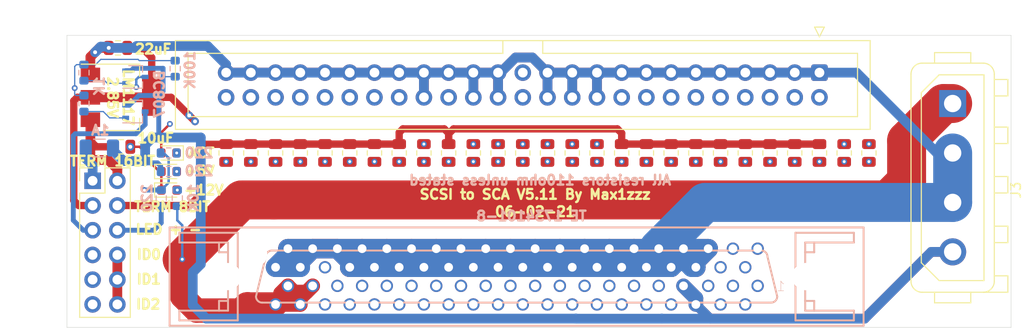
<source format=kicad_pcb>
(kicad_pcb (version 20171130) (host pcbnew "(5.1.7)-1")
  (layers (0 F.Cu signal) (1 In1.Cu signal) (2 In2.Cu signal) (31 B.Cu signal) (34 B.Paste user) (35 F.Paste user) (36 B.SilkS user hide) (37 F.SilkS user) (38 B.Mask user hide) (39 F.Mask user hide) (44 Edge.Cuts user))
  (net 0 "")
  (net 1 "Net-(J1-Pad45)")
  (net 2 "Net-(J1-Pad78)")
  (net 3 "Net-(J1-Pad80)")
  (net 4 "Net-(J1-Pad5)")
  (net 5 "Net-(J1-Pad6)")
  (net 6 "Net-(J1-Pad36)")
  (net 7 "Net-(J1-Pad37)")
  (net 8 "Net-(J1-Pad38)")
  (net 9 GND)
  (net 10 /TERMPWR)
  (net 11 /TERMPWR_REG)
  (net 12 "Net-(D1-Pad2)")
  (net 13 "Net-(D1-Pad1)")
  (net 14 "Net-(D2-Pad2)")
  (net 15 "Net-(F1-Pad2)")
  (net 16 +5V)
  (net 17 /LED)
  (net 18 /ID1)
  (net 19 +12V)
  (net 20 /DB11)
  (net 21 /DB10)
  (net 22 /DB9)
  (net 23 /DB8)
  (net 24 /I-O)
  (net 25 /REQ)
  (net 26 /C-D)
  (net 27 /SEL)
  (net 28 /MSG)
  (net 29 /RST)
  (net 30 /ACK)
  (net 31 /BSY)
  (net 32 /ATN)
  (net 33 /PARITY)
  (net 34 /DB7)
  (net 35 /DB6)
  (net 36 /DB5)
  (net 37 /DB4)
  (net 38 /DB3)
  (net 39 /DB2)
  (net 40 /DB1)
  (net 41 /DB0)
  (net 42 /DBP1)
  (net 43 /DB15)
  (net 44 /DB14)
  (net 45 /DB13)
  (net 46 /DB12)
  (net 47 /ID0)
  (net 48 /ID2)
  (net 49 /LED_T)
  (net 50 "Net-(J4-Pad26)")
  (net 51 "Net-(J4-Pad25)")
  (net 52 "Net-(Q1-Pad1)")
  (net 53 "Net-(Q2-Pad1)")
  (net 54 "Net-(D3-Pad2)")
  (net 55 /TERMPWR_8BIT)
  (net 56 "Net-(J2-Pad6)")
  (module Package_TO_SOT_SMD:SOT-323_SC-70 (layer B.Cu) (at 37.0365 127.8255)
    (fp_text reference Q2 hide)
    (fp_text value BC807)
    (pad 3 smd rect (at 1 0 90) (size 0.45 0.7) (layers B.Cu B.Paste B.Mask) (net 49 /LED_T))
    (pad 2 smd rect (at -1 -0.65 90) (size 0.45 0.7) (layers B.Cu B.Paste B.Mask) (net 16 +5V))
    (pad 1 smd rect (at -1 0.65 90) (size 0.45 0.7) (layers B.Cu B.Paste B.Mask) (net 53 "Net-(Q2-Pad1)"))
  )
  (module Package_TO_SOT_SMD:SOT-323_SC-70 (layer B.Cu) (at 37.0365 124.2695)
    (fp_text reference Q1 hide)
    (fp_text value BC807)
    (pad 3 smd rect (at 1 0 90) (size 0.45 0.7) (layers B.Cu B.Paste B.Mask) (net 12 "Net-(D1-Pad2)"))
    (pad 2 smd rect (at -1 -0.65 90) (size 0.45 0.7) (layers B.Cu B.Paste B.Mask) (net 16 +5V))
    (pad 1 smd rect (at -1 0.65 90) (size 0.45 0.7) (layers B.Cu B.Paste B.Mask) (net 52 "Net-(Q1-Pad1)"))
  )
  (module Connector_PinHeader_2.54mm:PinHeader_2x06_P2.54mm_Vertical (layer F.Cu) (at 32.639 134.9375)
    (fp_text reference J2 hide)
    (fp_text value Conn_02x06_Odd_Even)
    (pad 12 thru_hole oval (at 2.54 12.7) (size 1.7 1.7) (drill 1) (layers *.Cu *.Mask) (net 9 GND))
    (pad 11 thru_hole oval (at 0 12.7) (size 1.7 1.7) (drill 1) (layers *.Cu *.Mask) (net 48 /ID2))
    (pad 10 thru_hole oval (at 2.54 10.16) (size 1.7 1.7) (drill 1) (layers *.Cu *.Mask) (net 9 GND))
    (pad 9 thru_hole oval (at 0 10.16) (size 1.7 1.7) (drill 1) (layers *.Cu *.Mask) (net 18 /ID1))
    (pad 8 thru_hole oval (at 2.54 7.62) (size 1.7 1.7) (drill 1) (layers *.Cu *.Mask) (net 9 GND))
    (pad 7 thru_hole oval (at 0 7.62) (size 1.7 1.7) (drill 1) (layers *.Cu *.Mask) (net 47 /ID0))
    (pad 6 thru_hole oval (at 2.54 5.08) (size 1.7 1.7) (drill 1) (layers *.Cu *.Mask) (net 56 "Net-(J2-Pad6)"))
    (pad 5 thru_hole oval (at 0 5.08) (size 1.7 1.7) (drill 1) (layers *.Cu *.Mask) (net 49 /LED_T))
    (pad 4 thru_hole oval (at 2.54 2.54) (size 1.7 1.7) (drill 1) (layers *.Cu *.Mask) (net 55 /TERMPWR_8BIT))
    (pad 3 thru_hole oval (at 0 2.54) (size 1.7 1.7) (drill 1) (layers *.Cu *.Mask) (net 11 /TERMPWR_REG))
    (pad 2 thru_hole oval (at 2.54 0) (size 1.7 1.7) (drill 1) (layers *.Cu *.Mask) (net 10 /TERMPWR))
    (pad 1 thru_hole rect (at 0 0) (size 1.7 1.7) (drill 1) (layers *.Cu *.Mask) (net 15 "Net-(F1-Pad2)"))
  )
  (module Resistor_SMD:R_0603_1608Metric (layer B.Cu) (at 41.1226 123.41656 270)
    (fp_text reference R34 hide)
    (fp_text value 100K)
    (pad 2 smd roundrect (at 0.825 0 270) (size 0.8 0.95) (layers B.Cu B.Paste B.Mask) (net 16 +5V))
    (pad 1 smd roundrect (at -0.825 0 270) (size 0.8 0.95) (layers B.Cu B.Paste B.Mask) (net 17 /LED))
  )
  (module Package_TO_SOT_SMD:SOT-223-3_TabPin2 (layer F.Cu) (at 35.56 126.365)
    (fp_text reference U1 hide)
    (fp_text value LM1117-2.85)
    (pad 1 smd rect (at -3.15 -2.3) (size 2 1.5) (layers F.Cu F.Paste F.Mask) (net 9 GND))
    (pad 3 smd rect (at -3.15 2.3) (size 2 1.5) (layers F.Cu F.Paste F.Mask) (net 10 /TERMPWR))
    (pad 2 smd rect (at -3.15 0) (size 2 1.5) (layers F.Cu F.Paste F.Mask) (net 11 /TERMPWR_REG))
    (pad 2 smd rect (at 3.15 0) (size 2 3.8) (layers F.Cu F.Paste F.Mask) (net 11 /TERMPWR_REG))
  )
  (module Resistor_SMD:R_0603_1608Metric (layer B.Cu) (at 41.3385 136.715 90)
    (fp_text reference R33 hide)
    (fp_text value 10K)
    (pad 2 smd roundrect (at 0.825 0 90) (size 0.8 0.95) (layers B.Cu B.Paste B.Mask) (net 54 "Net-(D3-Pad2)"))
    (pad 1 smd roundrect (at -0.825 0 90) (size 0.8 0.95) (layers B.Cu B.Paste B.Mask) (net 19 +12V))
  )
  (module LED_SMD:LED_0603_1608Metric (layer F.Cu) (at 40.4875 135.89)
    (fp_text reference D3 hide)
    (fp_text value LED)
    (pad 2 smd roundrect (at 0.7875 0) (size 0.875 0.95) (layers F.Cu F.Paste F.Mask) (net 54 "Net-(D3-Pad2)"))
    (pad 1 smd roundrect (at -0.7875 0) (size 0.875 0.95) (layers F.Cu F.Paste F.Mask) (net 9 GND))
  )
  (module Resistor_SMD:R_0805_2012Metric (layer F.Cu) (at 46.355 132.08 270)
    (fp_text reference R32 hide)
    (fp_text value 110)
    (pad 2 smd roundrect (at 0.9125 0 270) (size 1.025 1.4) (layers F.Cu F.Paste F.Mask) (roundrect_rratio 0.2439014634146341) (net 24 /I-O))
    (pad 1 smd roundrect (at -0.9125 0 270) (size 1.025 1.4) (layers F.Cu F.Paste F.Mask) (roundrect_rratio 0.2439014634146341) (net 55 /TERMPWR_8BIT))
  )
  (module Resistor_SMD:R_0805_2012Metric (layer F.Cu) (at 48.895 132.08 270)
    (fp_text reference R31 hide)
    (fp_text value 110)
    (pad 2 smd roundrect (at 0.9125 0 270) (size 1.025 1.4) (layers F.Cu F.Paste F.Mask) (roundrect_rratio 0.2439014634146341) (net 25 /REQ))
    (pad 1 smd roundrect (at -0.9125 0 270) (size 1.025 1.4) (layers F.Cu F.Paste F.Mask) (roundrect_rratio 0.2439014634146341) (net 55 /TERMPWR_8BIT))
  )
  (module Resistor_SMD:R_0805_2012Metric (layer F.Cu) (at 51.435 132.08 270)
    (fp_text reference R30 hide)
    (fp_text value 110)
    (pad 2 smd roundrect (at 0.9125 0 270) (size 1.025 1.4) (layers F.Cu F.Paste F.Mask) (roundrect_rratio 0.2439014634146341) (net 26 /C-D))
    (pad 1 smd roundrect (at -0.9125 0 270) (size 1.025 1.4) (layers F.Cu F.Paste F.Mask) (roundrect_rratio 0.2439014634146341) (net 55 /TERMPWR_8BIT))
  )
  (module Resistor_SMD:R_0805_2012Metric (layer F.Cu) (at 53.975 132.08 270)
    (fp_text reference R29 hide)
    (fp_text value 110)
    (pad 2 smd roundrect (at 0.9125 0 270) (size 1.025 1.4) (layers F.Cu F.Paste F.Mask) (roundrect_rratio 0.2439014634146341) (net 27 /SEL))
    (pad 1 smd roundrect (at -0.9125 0 270) (size 1.025 1.4) (layers F.Cu F.Paste F.Mask) (roundrect_rratio 0.2439014634146341) (net 55 /TERMPWR_8BIT))
  )
  (module Resistor_SMD:R_0805_2012Metric (layer F.Cu) (at 56.515 132.08 270)
    (fp_text reference R28 hide)
    (fp_text value 110)
    (pad 2 smd roundrect (at 0.9125 0 270) (size 1.025 1.4) (layers F.Cu F.Paste F.Mask) (roundrect_rratio 0.2439014634146341) (net 28 /MSG))
    (pad 1 smd roundrect (at -0.9125 0 270) (size 1.025 1.4) (layers F.Cu F.Paste F.Mask) (roundrect_rratio 0.2439014634146341) (net 55 /TERMPWR_8BIT))
  )
  (module Resistor_SMD:R_0805_2012Metric (layer F.Cu) (at 59.055 132.08 270)
    (fp_text reference R27 hide)
    (fp_text value 110)
    (pad 2 smd roundrect (at 0.9125 0 270) (size 1.025 1.4) (layers F.Cu F.Paste F.Mask) (roundrect_rratio 0.2439014634146341) (net 29 /RST))
    (pad 1 smd roundrect (at -0.9125 0 270) (size 1.025 1.4) (layers F.Cu F.Paste F.Mask) (roundrect_rratio 0.2439014634146341) (net 55 /TERMPWR_8BIT))
  )
  (module Resistor_SMD:R_0805_2012Metric (layer F.Cu) (at 61.595 132.08 270)
    (fp_text reference R26 hide)
    (fp_text value 110)
    (pad 2 smd roundrect (at 0.9125 0 270) (size 1.025 1.4) (layers F.Cu F.Paste F.Mask) (roundrect_rratio 0.2439014634146341) (net 30 /ACK))
    (pad 1 smd roundrect (at -0.9125 0 270) (size 1.025 1.4) (layers F.Cu F.Paste F.Mask) (roundrect_rratio 0.2439014634146341) (net 55 /TERMPWR_8BIT))
  )
  (module Resistor_SMD:R_0805_2012Metric (layer F.Cu) (at 64.135 132.08 270)
    (fp_text reference R25 hide)
    (fp_text value 110)
    (pad 2 smd roundrect (at 0.9125 0 270) (size 1.025 1.4) (layers F.Cu F.Paste F.Mask) (roundrect_rratio 0.2439014634146341) (net 31 /BSY))
    (pad 1 smd roundrect (at -0.9125 0 270) (size 1.025 1.4) (layers F.Cu F.Paste F.Mask) (roundrect_rratio 0.2439014634146341) (net 55 /TERMPWR_8BIT))
  )
  (module Resistor_SMD:R_0805_2012Metric (layer F.Cu) (at 69.215 132.08 270)
    (fp_text reference R24 hide)
    (fp_text value 110)
    (pad 2 smd roundrect (at 0.9125 0 270) (size 1.025 1.4) (layers F.Cu F.Paste F.Mask) (roundrect_rratio 0.2439014634146341) (net 32 /ATN))
    (pad 1 smd roundrect (at -0.9125 0 270) (size 1.025 1.4) (layers F.Cu F.Paste F.Mask) (roundrect_rratio 0.2439014634146341) (net 55 /TERMPWR_8BIT))
  )
  (module Resistor_SMD:R_0805_2012Metric (layer F.Cu) (at 86.995 132.08 270)
    (fp_text reference R23 hide)
    (fp_text value 110)
    (pad 2 smd roundrect (at 0.9125 0 270) (size 1.025 1.4) (layers F.Cu F.Paste F.Mask) (roundrect_rratio 0.2439014634146341) (net 33 /PARITY))
    (pad 1 smd roundrect (at -0.9125 0 270) (size 1.025 1.4) (layers F.Cu F.Paste F.Mask) (roundrect_rratio 0.2439014634146341) (net 55 /TERMPWR_8BIT))
  )
  (module Resistor_SMD:R_0805_2012Metric (layer F.Cu) (at 79.375 132.08 270)
    (fp_text reference R22 hide)
    (fp_text value 110)
    (pad 2 smd roundrect (at 0.9125 0 270) (size 1.025 1.4) (layers F.Cu F.Paste F.Mask) (roundrect_rratio 0.2439014634146341) (net 42 /DBP1))
    (pad 1 smd roundrect (at -0.9125 0 270) (size 1.025 1.4) (layers F.Cu F.Paste F.Mask) (roundrect_rratio 0.2439014634146341) (net 11 /TERMPWR_REG))
  )
  (module Resistor_SMD:R_0805_2012Metric (layer F.Cu) (at 81.915 132.08 270)
    (fp_text reference R21 hide)
    (fp_text value 110)
    (pad 2 smd roundrect (at 0.9125 0 270) (size 1.025 1.4) (layers F.Cu F.Paste F.Mask) (roundrect_rratio 0.2439014634146341) (net 43 /DB15))
    (pad 1 smd roundrect (at -0.9125 0 270) (size 1.025 1.4) (layers F.Cu F.Paste F.Mask) (roundrect_rratio 0.2439014634146341) (net 11 /TERMPWR_REG))
  )
  (module Resistor_SMD:R_0805_2012Metric (layer F.Cu) (at 84.455 132.08 270)
    (fp_text reference R20 hide)
    (fp_text value 110)
    (pad 2 smd roundrect (at 0.9125 0 270) (size 1.025 1.4) (layers F.Cu F.Paste F.Mask) (roundrect_rratio 0.2439014634146341) (net 44 /DB14))
    (pad 1 smd roundrect (at -0.9125 0 270) (size 1.025 1.4) (layers F.Cu F.Paste F.Mask) (roundrect_rratio 0.2439014634146341) (net 11 /TERMPWR_REG))
  )
  (module Resistor_SMD:R_0805_2012Metric (layer F.Cu) (at 109.855 132.08 270)
    (fp_text reference R19 hide)
    (fp_text value 110)
    (pad 2 smd roundrect (at 0.9125 0 270) (size 1.025 1.4) (layers F.Cu F.Paste F.Mask) (roundrect_rratio 0.2439014634146341) (net 45 /DB13))
    (pad 1 smd roundrect (at -0.9125 0 270) (size 1.025 1.4) (layers F.Cu F.Paste F.Mask) (roundrect_rratio 0.2439014634146341) (net 11 /TERMPWR_REG))
  )
  (module Resistor_SMD:R_0805_2012Metric (layer F.Cu) (at 112.395 132.08 270)
    (fp_text reference R18 hide)
    (fp_text value 110)
    (pad 2 smd roundrect (at 0.9125 0 270) (size 1.025 1.4) (layers F.Cu F.Paste F.Mask) (roundrect_rratio 0.2439014634146341) (net 46 /DB12))
    (pad 1 smd roundrect (at -0.9125 0 270) (size 1.025 1.4) (layers F.Cu F.Paste F.Mask) (roundrect_rratio 0.2439014634146341) (net 11 /TERMPWR_REG))
  )
  (module Resistor_SMD:R_0805_2012Metric (layer F.Cu) (at 66.675 132.08 270)
    (fp_text reference R17 hide)
    (fp_text value 110)
    (pad 2 smd roundrect (at 0.9125 0 270) (size 1.025 1.4) (layers F.Cu F.Paste F.Mask) (roundrect_rratio 0.2439014634146341) (net 20 /DB11))
    (pad 1 smd roundrect (at -0.9125 0 270) (size 1.025 1.4) (layers F.Cu F.Paste F.Mask) (roundrect_rratio 0.2439014634146341) (net 11 /TERMPWR_REG))
  )
  (module Resistor_SMD:R_0805_2012Metric (layer F.Cu) (at 71.755 132.08 270)
    (fp_text reference R16 hide)
    (fp_text value 110)
    (pad 2 smd roundrect (at 0.9125 0 270) (size 1.025 1.4) (layers F.Cu F.Paste F.Mask) (roundrect_rratio 0.2439014634146341) (net 21 /DB10))
    (pad 1 smd roundrect (at -0.9125 0 270) (size 1.025 1.4) (layers F.Cu F.Paste F.Mask) (roundrect_rratio 0.2439014634146341) (net 11 /TERMPWR_REG))
  )
  (module Resistor_SMD:R_0805_2012Metric (layer F.Cu) (at 74.295 132.08 270)
    (fp_text reference R15 hide)
    (fp_text value 110)
    (pad 2 smd roundrect (at 0.9125 0 270) (size 1.025 1.4) (layers F.Cu F.Paste F.Mask) (roundrect_rratio 0.2439014634146341) (net 22 /DB9))
    (pad 1 smd roundrect (at -0.9125 0 270) (size 1.025 1.4) (layers F.Cu F.Paste F.Mask) (roundrect_rratio 0.2439014634146341) (net 11 /TERMPWR_REG))
  )
  (module Resistor_SMD:R_0805_2012Metric (layer F.Cu) (at 76.835 132.08 270)
    (fp_text reference R14 hide)
    (fp_text value 110)
    (pad 2 smd roundrect (at 0.9125 0 270) (size 1.025 1.4) (layers F.Cu F.Paste F.Mask) (roundrect_rratio 0.2439014634146341) (net 23 /DB8))
    (pad 1 smd roundrect (at -0.9125 0 270) (size 1.025 1.4) (layers F.Cu F.Paste F.Mask) (roundrect_rratio 0.2439014634146341) (net 11 /TERMPWR_REG))
  )
  (module Resistor_SMD:R_0805_2012Metric (layer F.Cu) (at 89.535 132.08 270)
    (fp_text reference R13 hide)
    (fp_text value 110)
    (pad 2 smd roundrect (at 0.9125 0 270) (size 1.025 1.4) (layers F.Cu F.Paste F.Mask) (roundrect_rratio 0.2439014634146341) (net 34 /DB7))
    (pad 1 smd roundrect (at -0.9125 0 270) (size 1.025 1.4) (layers F.Cu F.Paste F.Mask) (roundrect_rratio 0.2439014634146341) (net 55 /TERMPWR_8BIT))
  )
  (module Resistor_SMD:R_0805_2012Metric (layer F.Cu) (at 92.075 132.08 270)
    (fp_text reference R12 hide)
    (fp_text value 110)
    (pad 2 smd roundrect (at 0.9125 0 270) (size 1.025 1.4) (layers F.Cu F.Paste F.Mask) (roundrect_rratio 0.2439014634146341) (net 35 /DB6))
    (pad 1 smd roundrect (at -0.9125 0 270) (size 1.025 1.4) (layers F.Cu F.Paste F.Mask) (roundrect_rratio 0.2439014634146341) (net 55 /TERMPWR_8BIT))
  )
  (module Resistor_SMD:R_0805_2012Metric (layer F.Cu) (at 94.615 132.08 270)
    (fp_text reference R11 hide)
    (fp_text value 110)
    (pad 2 smd roundrect (at 0.9125 0 270) (size 1.025 1.4) (layers F.Cu F.Paste F.Mask) (roundrect_rratio 0.2439014634146341) (net 36 /DB5))
    (pad 1 smd roundrect (at -0.9125 0 270) (size 1.025 1.4) (layers F.Cu F.Paste F.Mask) (roundrect_rratio 0.2439014634146341) (net 55 /TERMPWR_8BIT))
  )
  (module Resistor_SMD:R_0805_2012Metric (layer F.Cu) (at 97.155 132.08 270)
    (fp_text reference R10 hide)
    (fp_text value 110)
    (pad 2 smd roundrect (at 0.9125 0 270) (size 1.025 1.4) (layers F.Cu F.Paste F.Mask) (roundrect_rratio 0.2439014634146341) (net 37 /DB4))
    (pad 1 smd roundrect (at -0.9125 0 270) (size 1.025 1.4) (layers F.Cu F.Paste F.Mask) (roundrect_rratio 0.2439014634146341) (net 55 /TERMPWR_8BIT))
  )
  (module Resistor_SMD:R_0805_2012Metric (layer F.Cu) (at 99.695 132.08 270)
    (fp_text reference R9 hide)
    (fp_text value 110)
    (pad 2 smd roundrect (at 0.9125 0 270) (size 1.025 1.4) (layers F.Cu F.Paste F.Mask) (roundrect_rratio 0.2439014634146341) (net 38 /DB3))
    (pad 1 smd roundrect (at -0.9125 0 270) (size 1.025 1.4) (layers F.Cu F.Paste F.Mask) (roundrect_rratio 0.2439014634146341) (net 55 /TERMPWR_8BIT))
  )
  (module Resistor_SMD:R_0805_2012Metric (layer F.Cu) (at 102.235 132.08 270)
    (fp_text reference R8 hide)
    (fp_text value 110)
    (pad 2 smd roundrect (at 0.9125 0 270) (size 1.025 1.4) (layers F.Cu F.Paste F.Mask) (roundrect_rratio 0.2439014634146341) (net 39 /DB2))
    (pad 1 smd roundrect (at -0.9125 0 270) (size 1.025 1.4) (layers F.Cu F.Paste F.Mask) (roundrect_rratio 0.2439014634146341) (net 55 /TERMPWR_8BIT))
  )
  (module Resistor_SMD:R_0805_2012Metric (layer F.Cu) (at 104.775 132.08 270)
    (fp_text reference R7 hide)
    (fp_text value 110)
    (pad 2 smd roundrect (at 0.9125 0 270) (size 1.025 1.4) (layers F.Cu F.Paste F.Mask) (roundrect_rratio 0.2439014634146341) (net 40 /DB1))
    (pad 1 smd roundrect (at -0.9125 0 270) (size 1.025 1.4) (layers F.Cu F.Paste F.Mask) (roundrect_rratio 0.2439014634146341) (net 55 /TERMPWR_8BIT))
  )
  (module Resistor_SMD:R_0805_2012Metric (layer F.Cu) (at 107.315 132.08 270)
    (fp_text reference R6 hide)
    (fp_text value 110)
    (pad 2 smd roundrect (at 0.9125 0 270) (size 1.025 1.4) (layers F.Cu F.Paste F.Mask) (roundrect_rratio 0.2439014634146341) (net 41 /DB0))
    (pad 1 smd roundrect (at -0.9125 0 270) (size 1.025 1.4) (layers F.Cu F.Paste F.Mask) (roundrect_rratio 0.2439014634146341) (net 55 /TERMPWR_8BIT))
  )
  (module Resistor_SMD:R_0603_1608Metric (layer B.Cu) (at 40.45 133.985)
    (fp_text reference R5 hide)
    (fp_text value 220)
    (pad 2 smd roundrect (at 0.825 0) (size 0.8 0.95) (layers B.Cu B.Paste B.Mask) (net 14 "Net-(D2-Pad2)"))
    (pad 1 smd roundrect (at -0.825 0) (size 0.8 0.95) (layers B.Cu B.Paste B.Mask) (net 16 +5V))
  )
  (module Resistor_SMD:R_0603_1608Metric (layer B.Cu) (at 40.45 132.08)
    (fp_text reference R4 hide)
    (fp_text value 220 hide)
    (pad 2 smd roundrect (at 0.825 0) (size 0.8 0.95) (layers B.Cu B.Paste B.Mask) (net 13 "Net-(D1-Pad1)"))
    (pad 1 smd roundrect (at -0.825 0) (size 0.8 0.95) (layers B.Cu B.Paste B.Mask) (net 9 GND))
  )
  (module Resistor_SMD:R_0603_1608Metric (layer B.Cu) (at 31.75 123.8255 90)
    (fp_text reference R3 hide)
    (fp_text value 1K hide)
    (pad 2 smd roundrect (at 0.825 0 90) (size 0.8 0.95) (layers B.Cu B.Paste B.Mask) (net 17 /LED))
    (pad 1 smd roundrect (at -0.825 0 90) (size 0.8 0.95) (layers B.Cu B.Paste B.Mask) (net 52 "Net-(Q1-Pad1)"))
  )
  (module Resistor_SMD:R_0603_1608Metric (layer B.Cu) (at 31.75 126.9995 90)
    (fp_text reference R2 hide)
    (fp_text value 1K)
    (pad 2 smd roundrect (at 0.825 0 90) (size 0.8 0.95) (layers B.Cu B.Paste B.Mask) (net 17 /LED))
    (pad 1 smd roundrect (at -0.825 0 90) (size 0.8 0.95) (layers B.Cu B.Paste B.Mask) (net 53 "Net-(Q2-Pad1)"))
  )
  (module Resistor_SMD:R_0603_1608Metric (layer B.Cu) (at 39.6875 136.716 90)
    (fp_text reference R1 hide)
    (fp_text value 220 hide)
    (pad 2 smd roundrect (at 0.825 0 90) (size 0.8 0.95) (layers B.Cu B.Paste B.Mask) (net 9 GND))
    (pad 1 smd roundrect (at -0.825 0 90) (size 0.8 0.95) (layers B.Cu B.Paste B.Mask) (net 56 "Net-(J2-Pad6)"))
  )
  (module Connector_IDC:IDC-Header_2x25_P2.54mm_Vertical (layer F.Cu) (at 107.315 123.825 270)
    (fp_text reference J4 hide)
    (fp_text value Conn_02x25_Odd_Even)
    (pad 50 thru_hole circle (at 2.54 60.96 270) (size 1.7 1.7) (drill 1) (layers *.Cu *.Mask) (net 24 /I-O))
    (pad 48 thru_hole circle (at 2.54 58.42 270) (size 1.7 1.7) (drill 1) (layers *.Cu *.Mask) (net 25 /REQ))
    (pad 46 thru_hole circle (at 2.54 55.88 270) (size 1.7 1.7) (drill 1) (layers *.Cu *.Mask) (net 26 /C-D))
    (pad 44 thru_hole circle (at 2.54 53.34 270) (size 1.7 1.7) (drill 1) (layers *.Cu *.Mask) (net 27 /SEL))
    (pad 42 thru_hole circle (at 2.54 50.8 270) (size 1.7 1.7) (drill 1) (layers *.Cu *.Mask) (net 28 /MSG))
    (pad 40 thru_hole circle (at 2.54 48.26 270) (size 1.7 1.7) (drill 1) (layers *.Cu *.Mask) (net 29 /RST))
    (pad 38 thru_hole circle (at 2.54 45.72 270) (size 1.7 1.7) (drill 1) (layers *.Cu *.Mask) (net 30 /ACK))
    (pad 36 thru_hole circle (at 2.54 43.18 270) (size 1.7 1.7) (drill 1) (layers *.Cu *.Mask) (net 31 /BSY))
    (pad 34 thru_hole circle (at 2.54 40.64 270) (size 1.7 1.7) (drill 1) (layers *.Cu *.Mask) (net 9 GND))
    (pad 32 thru_hole circle (at 2.54 38.1 270) (size 1.7 1.7) (drill 1) (layers *.Cu *.Mask) (net 32 /ATN))
    (pad 30 thru_hole circle (at 2.54 35.56 270) (size 1.7 1.7) (drill 1) (layers *.Cu *.Mask) (net 9 GND))
    (pad 28 thru_hole circle (at 2.54 33.02 270) (size 1.7 1.7) (drill 1) (layers *.Cu *.Mask) (net 9 GND))
    (pad 26 thru_hole circle (at 2.54 30.48 270) (size 1.7 1.7) (drill 1) (layers *.Cu *.Mask) (net 50 "Net-(J4-Pad26)"))
    (pad 24 thru_hole circle (at 2.54 27.94 270) (size 1.7 1.7) (drill 1) (layers *.Cu *.Mask) (net 9 GND))
    (pad 22 thru_hole circle (at 2.54 25.4 270) (size 1.7 1.7) (drill 1) (layers *.Cu *.Mask) (net 9 GND))
    (pad 20 thru_hole circle (at 2.54 22.86 270) (size 1.7 1.7) (drill 1) (layers *.Cu *.Mask) (net 9 GND))
    (pad 18 thru_hole circle (at 2.54 20.32 270) (size 1.7 1.7) (drill 1) (layers *.Cu *.Mask) (net 33 /PARITY))
    (pad 16 thru_hole circle (at 2.54 17.78 270) (size 1.7 1.7) (drill 1) (layers *.Cu *.Mask) (net 34 /DB7))
    (pad 14 thru_hole circle (at 2.54 15.24 270) (size 1.7 1.7) (drill 1) (layers *.Cu *.Mask) (net 35 /DB6))
    (pad 12 thru_hole circle (at 2.54 12.7 270) (size 1.7 1.7) (drill 1) (layers *.Cu *.Mask) (net 36 /DB5))
    (pad 10 thru_hole circle (at 2.54 10.16 270) (size 1.7 1.7) (drill 1) (layers *.Cu *.Mask) (net 37 /DB4))
    (pad 8 thru_hole circle (at 2.54 7.62 270) (size 1.7 1.7) (drill 1) (layers *.Cu *.Mask) (net 38 /DB3))
    (pad 6 thru_hole circle (at 2.54 5.08 270) (size 1.7 1.7) (drill 1) (layers *.Cu *.Mask) (net 39 /DB2))
    (pad 4 thru_hole circle (at 2.54 2.54 270) (size 1.7 1.7) (drill 1) (layers *.Cu *.Mask) (net 40 /DB1))
    (pad 2 thru_hole circle (at 2.54 0 270) (size 1.7 1.7) (drill 1) (layers *.Cu *.Mask) (net 41 /DB0))
    (pad 49 thru_hole circle (at 0 60.96 270) (size 1.7 1.7) (drill 1) (layers *.Cu *.Mask) (net 9 GND))
    (pad 47 thru_hole circle (at 0 58.42 270) (size 1.7 1.7) (drill 1) (layers *.Cu *.Mask) (net 9 GND))
    (pad 45 thru_hole circle (at 0 55.88 270) (size 1.7 1.7) (drill 1) (layers *.Cu *.Mask) (net 9 GND))
    (pad 43 thru_hole circle (at 0 53.34 270) (size 1.7 1.7) (drill 1) (layers *.Cu *.Mask) (net 9 GND))
    (pad 41 thru_hole circle (at 0 50.8 270) (size 1.7 1.7) (drill 1) (layers *.Cu *.Mask) (net 9 GND))
    (pad 39 thru_hole circle (at 0 48.26 270) (size 1.7 1.7) (drill 1) (layers *.Cu *.Mask) (net 9 GND))
    (pad 37 thru_hole circle (at 0 45.72 270) (size 1.7 1.7) (drill 1) (layers *.Cu *.Mask) (net 9 GND))
    (pad 35 thru_hole circle (at 0 43.18 270) (size 1.7 1.7) (drill 1) (layers *.Cu *.Mask) (net 9 GND))
    (pad 33 thru_hole circle (at 0 40.64 270) (size 1.7 1.7) (drill 1) (layers *.Cu *.Mask) (net 9 GND))
    (pad 31 thru_hole circle (at 0 38.1 270) (size 1.7 1.7) (drill 1) (layers *.Cu *.Mask) (net 9 GND))
    (pad 29 thru_hole circle (at 0 35.56 270) (size 1.7 1.7) (drill 1) (layers *.Cu *.Mask) (net 9 GND))
    (pad 27 thru_hole circle (at 0 33.02 270) (size 1.7 1.7) (drill 1) (layers *.Cu *.Mask) (net 9 GND))
    (pad 25 thru_hole circle (at 0 30.48 270) (size 1.7 1.7) (drill 1) (layers *.Cu *.Mask) (net 51 "Net-(J4-Pad25)"))
    (pad 23 thru_hole circle (at 0 27.94 270) (size 1.7 1.7) (drill 1) (layers *.Cu *.Mask) (net 9 GND))
    (pad 21 thru_hole circle (at 0 25.4 270) (size 1.7 1.7) (drill 1) (layers *.Cu *.Mask) (net 9 GND))
    (pad 19 thru_hole circle (at 0 22.86 270) (size 1.7 1.7) (drill 1) (layers *.Cu *.Mask) (net 9 GND))
    (pad 17 thru_hole circle (at 0 20.32 270) (size 1.7 1.7) (drill 1) (layers *.Cu *.Mask) (net 9 GND))
    (pad 15 thru_hole circle (at 0 17.78 270) (size 1.7 1.7) (drill 1) (layers *.Cu *.Mask) (net 9 GND))
    (pad 13 thru_hole circle (at 0 15.24 270) (size 1.7 1.7) (drill 1) (layers *.Cu *.Mask) (net 9 GND))
    (pad 11 thru_hole circle (at 0 12.7 270) (size 1.7 1.7) (drill 1) (layers *.Cu *.Mask) (net 9 GND))
    (pad 9 thru_hole circle (at 0 10.16 270) (size 1.7 1.7) (drill 1) (layers *.Cu *.Mask) (net 9 GND))
    (pad 7 thru_hole circle (at 0 7.62 270) (size 1.7 1.7) (drill 1) (layers *.Cu *.Mask) (net 9 GND))
    (pad 5 thru_hole circle (at 0 5.08 270) (size 1.7 1.7) (drill 1) (layers *.Cu *.Mask) (net 9 GND))
    (pad 3 thru_hole circle (at 0 2.54 270) (size 1.7 1.7) (drill 1) (layers *.Cu *.Mask) (net 9 GND))
    (pad 1 thru_hole roundrect (at 0 0 270) (size 1.7 1.7) (drill 1) (layers *.Cu *.Mask) (roundrect_rratio 0.1470588235294118) (net 9 GND))
  )
  (module Connector_TE-Connectivity:TE_MATE-N-LOK_350211-1_1x04_P5.08mm_Vertical (layer F.Cu) (at 121 127 270)
    (fp_text reference J3 (at 8.89 -6.5 90) (layer F.SilkS))
    (fp_text value Conn_01x04)
    (pad 4 thru_hole circle (at 15.24 0 270) (size 2.78 2.78) (drill 1.78) (layers *.Cu *.Mask) (net 16 +5V))
    (pad 3 thru_hole circle (at 10.16 0 270) (size 2.78 2.78) (drill 1.78) (layers *.Cu *.Mask) (net 9 GND))
    (pad 2 thru_hole circle (at 5.08 0 270) (size 2.78 2.78) (drill 1.78) (layers *.Cu *.Mask) (net 9 GND))
    (pad 1 thru_hole rect (at 0 0 270) (size 2.78 2.78) (drill 1.78) (layers *.Cu *.Mask) (net 19 +12V))
  )
  (module Fuse:Fuse_1206_3216Metric (layer B.Cu) (at 33.3345 131.572 180)
    (fp_text reference F1 hide)
    (fp_text value 1A hide)
    (pad 2 smd roundrect (at 1.4 0 180) (size 1.25 1.75) (layers B.Cu B.Paste B.Mask) (roundrect_rratio 0.2) (net 15 "Net-(F1-Pad2)"))
    (pad 1 smd roundrect (at -1.4 0 180) (size 1.25 1.75) (layers B.Cu B.Paste B.Mask) (roundrect_rratio 0.2) (net 16 +5V))
  )
  (module LED_SMD:LED_0603_1608Metric (layer F.Cu) (at 40.4875 133.985)
    (fp_text reference D2 hide)
    (fp_text value LED)
    (pad 2 smd roundrect (at 0.7875 0) (size 0.875 0.95) (layers F.Cu F.Paste F.Mask) (net 14 "Net-(D2-Pad2)"))
    (pad 1 smd roundrect (at -0.7875 0) (size 0.875 0.95) (layers F.Cu F.Paste F.Mask) (net 9 GND))
  )
  (module LED_SMD:LED_0603_1608Metric (layer F.Cu) (at 40.475 132.08 180)
    (fp_text reference D1 hide)
    (fp_text value LED)
    (pad 2 smd roundrect (at 0.7875 0 180) (size 0.875 0.95) (layers F.Cu F.Paste F.Mask) (net 12 "Net-(D1-Pad2)"))
    (pad 1 smd roundrect (at -0.7875 0 180) (size 0.875 0.95) (layers F.Cu F.Paste F.Mask) (net 13 "Net-(D1-Pad1)"))
  )
  (module Capacitor_SMD:C_0805_2012Metric (layer F.Cu) (at 35.245 121.285 180)
    (fp_text reference C2 hide)
    (fp_text value 22uF)
    (pad 2 smd roundrect (at 0.95 0 180) (size 1 1.45) (layers F.Cu F.Paste F.Mask) (net 9 GND))
    (pad 1 smd roundrect (at -0.95 0 180) (size 1 1.45) (layers F.Cu F.Paste F.Mask) (net 11 /TERMPWR_REG))
  )
  (module Capacitor_SMD:C_0805_2012Metric (layer F.Cu) (at 35.56 131.445)
    (fp_text reference C1 hide)
    (fp_text value 10uF)
    (pad 2 smd roundrect (at 0.95 0) (size 1 1.45) (layers F.Cu F.Paste F.Mask) (net 9 GND))
    (pad 1 smd roundrect (at -0.95 0) (size 1 1.45) (layers F.Cu F.Paste F.Mask) (net 10 /TERMPWR))
  )
  (module SCA_CON[1734101-8]:1734101-8 (layer B.Cu) (at 76.2 144.78)
    (fp_text reference J1 hide)
    (fp_text value Conn_02x40_Counter_Clockwise hide)
    (fp_text user 1 (at 27.15 1) (layer B.SilkS) (effects (font (thickness 0.05)) (justify mirror)))
    (pad "" np_thru_hole circle (at -26.924 -2.286) (size 2.6 2.6) (drill 2.6) (layers *.Cu *.Mask))
    (pad Hole np_thru_hole circle (at 29.718 0) (size 2.8 2.8) (drill 2.8) (layers *.Cu *.Mask))
    (pad Hole np_thru_hole circle (at -29.718 0) (size 2.8 2.8) (drill 2.8) (layers *.Cu *.Mask))
    (pad 41 thru_hole circle (at -24.765 -0.957) (size 1.27 1.27) (drill 0.9) (layers *.Cu *.Mask) (net 9 GND))
    (pad 42 thru_hole circle (at -23.495 -2.867) (size 1.27 1.27) (drill 0.9) (layers *.Cu *.Mask) (net 9 GND))
    (pad 43 thru_hole circle (at -22.225 -0.957) (size 1.27 1.27) (drill 0.9) (layers *.Cu *.Mask) (net 9 GND))
    (pad 44 thru_hole circle (at -20.955 -2.867) (size 1.27 1.27) (drill 0.9) (layers *.Cu *.Mask) (net 9 GND))
    (pad 45 thru_hole circle (at -19.685 -0.957) (size 1.27 1.27) (drill 0.9) (layers *.Cu *.Mask) (net 1 "Net-(J1-Pad45)"))
    (pad 46 thru_hole circle (at -18.415 -2.867) (size 1.27 1.27) (drill 0.9) (layers *.Cu *.Mask) (net 9 GND))
    (pad 47 thru_hole circle (at -17.145 -0.957) (size 1.27 1.27) (drill 0.9) (layers *.Cu *.Mask) (net 9 GND))
    (pad 48 thru_hole circle (at -15.875 -2.867) (size 1.27 1.27) (drill 0.9) (layers *.Cu *.Mask) (net 9 GND))
    (pad 49 thru_hole circle (at -14.605 -0.957) (size 1.27 1.27) (drill 0.9) (layers *.Cu *.Mask) (net 9 GND))
    (pad 50 thru_hole circle (at -13.335 -2.867) (size 1.27 1.27) (drill 0.9) (layers *.Cu *.Mask) (net 9 GND))
    (pad 51 thru_hole circle (at -12.065 -0.957) (size 1.27 1.27) (drill 0.9) (layers *.Cu *.Mask) (net 9 GND))
    (pad 52 thru_hole circle (at -10.795 -2.867) (size 1.27 1.27) (drill 0.9) (layers *.Cu *.Mask) (net 9 GND))
    (pad 53 thru_hole circle (at -9.525 -0.957) (size 1.27 1.27) (drill 0.9) (layers *.Cu *.Mask) (net 9 GND))
    (pad 54 thru_hole circle (at -8.255 -2.867) (size 1.27 1.27) (drill 0.9) (layers *.Cu *.Mask) (net 9 GND))
    (pad 55 thru_hole circle (at -6.985 -0.957) (size 1.27 1.27) (drill 0.9) (layers *.Cu *.Mask) (net 9 GND))
    (pad 56 thru_hole circle (at -5.715 -2.867) (size 1.27 1.27) (drill 0.9) (layers *.Cu *.Mask) (net 9 GND))
    (pad 57 thru_hole circle (at -4.445 -0.957) (size 1.27 1.27) (drill 0.9) (layers *.Cu *.Mask) (net 9 GND))
    (pad 58 thru_hole circle (at -3.175 -2.867) (size 1.27 1.27) (drill 0.9) (layers *.Cu *.Mask) (net 9 GND))
    (pad 59 thru_hole circle (at -1.905 -0.957) (size 1.27 1.27) (drill 0.9) (layers *.Cu *.Mask) (net 9 GND))
    (pad 60 thru_hole circle (at -0.635 -2.867) (size 1.27 1.27) (drill 0.9) (layers *.Cu *.Mask) (net 9 GND))
    (pad 61 thru_hole circle (at 0.635 -0.957) (size 1.27 1.27) (drill 0.9) (layers *.Cu *.Mask) (net 9 GND))
    (pad 62 thru_hole circle (at 1.905 -2.867) (size 1.27 1.27) (drill 0.9) (layers *.Cu *.Mask) (net 9 GND))
    (pad 63 thru_hole circle (at 3.175 -0.957) (size 1.27 1.27) (drill 0.9) (layers *.Cu *.Mask) (net 9 GND))
    (pad 64 thru_hole circle (at 4.445 -2.867) (size 1.27 1.27) (drill 0.9) (layers *.Cu *.Mask) (net 9 GND))
    (pad 65 thru_hole circle (at 5.715 -0.957) (size 1.27 1.27) (drill 0.9) (layers *.Cu *.Mask) (net 9 GND))
    (pad 66 thru_hole circle (at 6.985 -2.867) (size 1.27 1.27) (drill 0.9) (layers *.Cu *.Mask) (net 9 GND))
    (pad 67 thru_hole circle (at 8.255 -0.957) (size 1.27 1.27) (drill 0.9) (layers *.Cu *.Mask) (net 9 GND))
    (pad 68 thru_hole circle (at 9.525 -2.867) (size 1.27 1.27) (drill 0.9) (layers *.Cu *.Mask) (net 9 GND))
    (pad 69 thru_hole circle (at 10.795 -0.957) (size 1.27 1.27) (drill 0.9) (layers *.Cu *.Mask) (net 9 GND))
    (pad 70 thru_hole circle (at 12.065 -2.867) (size 1.27 1.27) (drill 0.9) (layers *.Cu *.Mask) (net 9 GND))
    (pad 71 thru_hole circle (at 13.335 -0.957) (size 1.27 1.27) (drill 0.9) (layers *.Cu *.Mask) (net 9 GND))
    (pad 72 thru_hole circle (at 14.605 -2.867) (size 1.27 1.27) (drill 0.9) (layers *.Cu *.Mask) (net 9 GND))
    (pad 73 thru_hole circle (at 15.875 -0.957) (size 1.27 1.27) (drill 0.9) (layers *.Cu *.Mask) (net 9 GND))
    (pad 74 thru_hole circle (at 17.145 -2.867) (size 1.27 1.27) (drill 0.9) (layers *.Cu *.Mask) (net 9 GND))
    (pad 75 thru_hole circle (at 18.415 -0.957) (size 1.27 1.27) (drill 0.9) (layers *.Cu *.Mask) (net 9 GND))
    (pad 76 thru_hole circle (at 19.685 -2.867) (size 1.27 1.27) (drill 0.9) (layers *.Cu *.Mask) (net 9 GND))
    (pad 77 thru_hole circle (at 20.955 -0.957) (size 1.27 1.27) (drill 0.9) (layers *.Cu *.Mask) (net 17 /LED))
    (pad 78 thru_hole circle (at 22.225 -2.867) (size 1.27 1.27) (drill 0.9) (layers *.Cu *.Mask) (net 2 "Net-(J1-Pad78)"))
    (pad 79 thru_hole circle (at 23.495 -0.957) (size 1.27 1.27) (drill 0.9) (layers *.Cu *.Mask) (net 18 /ID1))
    (pad 80 thru_hole circle (at 24.765 -2.867) (size 1.27 1.27) (drill 0.9) (layers *.Cu *.Mask) (net 3 "Net-(J1-Pad80)"))
    (pad 1 thru_hole circle (at -24.765 2.863) (size 1.27 1.27) (drill 0.9) (layers *.Cu *.Mask) (net 19 +12V))
    (pad 2 thru_hole circle (at -23.495 0.953) (size 1.27 1.27) (drill 0.9) (layers *.Cu *.Mask) (net 19 +12V))
    (pad 3 thru_hole circle (at -22.225 2.863) (size 1.27 1.27) (drill 0.9) (layers *.Cu *.Mask) (net 19 +12V))
    (pad 4 thru_hole circle (at -20.955 0.953) (size 1.27 1.27) (drill 0.9) (layers *.Cu *.Mask) (net 19 +12V))
    (pad 5 thru_hole circle (at -19.685 2.863) (size 1.27 1.27) (drill 0.9) (layers *.Cu *.Mask) (net 4 "Net-(J1-Pad5)"))
    (pad 6 thru_hole circle (at -18.415 0.953) (size 1.27 1.27) (drill 0.9) (layers *.Cu *.Mask) (net 5 "Net-(J1-Pad6)"))
    (pad 7 thru_hole circle (at -17.145 2.863) (size 1.27 1.27) (drill 0.9) (layers *.Cu *.Mask) (net 20 /DB11))
    (pad 8 thru_hole circle (at -15.875 0.953) (size 1.27 1.27) (drill 0.9) (layers *.Cu *.Mask) (net 21 /DB10))
    (pad 9 thru_hole circle (at -14.605 2.863) (size 1.27 1.27) (drill 0.9) (layers *.Cu *.Mask) (net 22 /DB9))
    (pad 10 thru_hole circle (at -13.335 0.953) (size 1.27 1.27) (drill 0.9) (layers *.Cu *.Mask) (net 23 /DB8))
    (pad 11 thru_hole circle (at -12.065 2.863) (size 1.27 1.27) (drill 0.9) (layers *.Cu *.Mask) (net 24 /I-O))
    (pad 12 thru_hole circle (at -10.795 0.953) (size 1.27 1.27) (drill 0.9) (layers *.Cu *.Mask) (net 25 /REQ))
    (pad 13 thru_hole circle (at -9.525 2.863) (size 1.27 1.27) (drill 0.9) (layers *.Cu *.Mask) (net 26 /C-D))
    (pad 14 thru_hole circle (at -8.255 0.953) (size 1.27 1.27) (drill 0.9) (layers *.Cu *.Mask) (net 27 /SEL))
    (pad 15 thru_hole circle (at -6.985 2.863) (size 1.27 1.27) (drill 0.9) (layers *.Cu *.Mask) (net 28 /MSG))
    (pad 16 thru_hole circle (at -5.715 0.953) (size 1.27 1.27) (drill 0.9) (layers *.Cu *.Mask) (net 29 /RST))
    (pad 17 thru_hole circle (at -4.445 2.863) (size 1.27 1.27) (drill 0.9) (layers *.Cu *.Mask) (net 30 /ACK))
    (pad 18 thru_hole circle (at -3.175 0.953) (size 1.27 1.27) (drill 0.9) (layers *.Cu *.Mask) (net 31 /BSY))
    (pad 19 thru_hole circle (at -1.905 2.863) (size 1.27 1.27) (drill 0.9) (layers *.Cu *.Mask) (net 32 /ATN))
    (pad 20 thru_hole circle (at -0.635 0.953) (size 1.27 1.27) (drill 0.9) (layers *.Cu *.Mask) (net 33 /PARITY))
    (pad 21 thru_hole circle (at 0.635 2.863) (size 1.27 1.27) (drill 0.9) (layers *.Cu *.Mask) (net 34 /DB7))
    (pad 22 thru_hole circle (at 1.905 0.953) (size 1.27 1.27) (drill 0.9) (layers *.Cu *.Mask) (net 35 /DB6))
    (pad 23 thru_hole circle (at 3.175 2.863) (size 1.27 1.27) (drill 0.9) (layers *.Cu *.Mask) (net 36 /DB5))
    (pad 24 thru_hole circle (at 4.445 0.953) (size 1.27 1.27) (drill 0.9) (layers *.Cu *.Mask) (net 37 /DB4))
    (pad 25 thru_hole circle (at 5.715 2.863) (size 1.27 1.27) (drill 0.9) (layers *.Cu *.Mask) (net 38 /DB3))
    (pad 26 thru_hole circle (at 6.985 0.953) (size 1.27 1.27) (drill 0.9) (layers *.Cu *.Mask) (net 39 /DB2))
    (pad 27 thru_hole circle (at 8.255 2.863) (size 1.27 1.27) (drill 0.9) (layers *.Cu *.Mask) (net 40 /DB1))
    (pad 28 thru_hole circle (at 9.525 0.953) (size 1.27 1.27) (drill 0.9) (layers *.Cu *.Mask) (net 41 /DB0))
    (pad 29 thru_hole circle (at 10.795 2.863) (size 1.27 1.27) (drill 0.9) (layers *.Cu *.Mask) (net 42 /DBP1))
    (pad 30 thru_hole circle (at 12.065 0.953) (size 1.27 1.27) (drill 0.9) (layers *.Cu *.Mask) (net 43 /DB15))
    (pad 31 thru_hole circle (at 13.335 2.863) (size 1.27 1.27) (drill 0.9) (layers *.Cu *.Mask) (net 44 /DB14))
    (pad 32 thru_hole circle (at 14.605 0.953) (size 1.27 1.27) (drill 0.9) (layers *.Cu *.Mask) (net 45 /DB13))
    (pad 33 thru_hole circle (at 15.875 2.863) (size 1.27 1.27) (drill 0.9) (layers *.Cu *.Mask) (net 46 /DB12))
    (pad 34 thru_hole circle (at 17.145 0.953) (size 1.27 1.27) (drill 0.9) (layers *.Cu *.Mask) (net 16 +5V))
    (pad 35 thru_hole circle (at 18.415 2.863) (size 1.27 1.27) (drill 0.9) (layers *.Cu *.Mask) (net 16 +5V))
    (pad 36 thru_hole circle (at 19.685 0.953) (size 1.27 1.27) (drill 0.9) (layers *.Cu *.Mask) (net 6 "Net-(J1-Pad36)"))
    (pad 37 thru_hole circle (at 20.955 2.863) (size 1.27 1.27) (drill 0.9) (layers *.Cu *.Mask) (net 7 "Net-(J1-Pad37)"))
    (pad 38 thru_hole circle (at 22.225 0.953) (size 1.27 1.27) (drill 0.9) (layers *.Cu *.Mask) (net 8 "Net-(J1-Pad38)"))
    (pad 39 thru_hole circle (at 23.495 2.863) (size 1.27 1.27) (drill 0.9) (layers *.Cu *.Mask) (net 47 /ID0))
    (pad 40 thru_hole circle (at 24.765 0.953) (size 1.27 1.27) (drill 0.9) (layers *.Cu *.Mask) (net 48 /ID2))
  )
  (gr_text 100K (at 42.64152 123.571 90) (layer B.SilkS) (effects (font (size 1 1) (thickness 0.25)) (justify mirror)))
  (gr_text "TERM 8BIT" (at 40.80764 137.60196) (layer F.SilkS) (effects (font (size 1 1) (thickness 0.25))))
  (gr_text ID2 (at 38.34384 147.61972) (layer F.SilkS) (effects (font (size 1 1) (thickness 0.25))))
  (gr_text "ID1\n" (at 38.40988 145.05432) (layer F.SilkS) (effects (font (size 1 1) (thickness 0.25))))
  (gr_text ID0 (at 38.4175 142.51432) (layer F.SilkS) (effects (font (size 1 1) (thickness 0.25))))
  (gr_text "LED + -" (at 40.44188 139.93368) (layer F.SilkS) (effects (font (size 1 1) (thickness 0.25))))
  (gr_text "TERM 16BIT" (at 34.68624 132.9182) (layer F.SilkS) (effects (font (size 1 1) (thickness 0.25))))
  (gr_text "TE 1734101-8" (at 77.724 138.557) (layer B.SilkS) (effects (font (size 1 1) (thickness 0.25)) (justify mirror)))
  (gr_text "All resistors 110ohm unless stated" (at 78.613 134.874) (layer B.SilkS) (effects (font (size 1 1) (thickness 0.25)) (justify mirror)))
  (gr_text 10K (at 42.9895 136.7155 90) (layer B.SilkS) (effects (font (size 1 1) (thickness 0.25)) (justify mirror)))
  (gr_text 220 (at 38.227 136.7155 90) (layer B.SilkS) (effects (font (size 1 1) (thickness 0.25)) (justify mirror)))
  (gr_text 220 (at 43.561 133.9215) (layer B.SilkS) (effects (font (size 1 1) (thickness 0.25)) (justify mirror)))
  (gr_text 220 (at 43.561 132.08) (layer B.SilkS) (effects (font (size 1 1) (thickness 0.25)) (justify mirror)))
  (gr_text 1K (at 33.3375 125.222 90) (layer B.SilkS) (effects (font (size 1 1) (thickness 0.25)) (justify mirror)))
  (gr_text BC807 (at 39.50208 126.05004 90) (layer B.SilkS) (effects (font (size 1 1) (thickness 0.25)) (justify mirror)))
  (gr_text 1A (at 33.4264 129.74828) (layer B.SilkS) (effects (font (size 1 1) (thickness 0.25)) (justify mirror)))
  (gr_text "LM1117\n2.85V" (at 35.4965 126.365 270) (layer F.SilkS) (effects (font (size 1 1) (thickness 0.25))))
  (gr_text 22uF (at 38.862 121.412) (layer F.SilkS) (effects (font (size 1 1) (thickness 0.25))))
  (gr_text 10uF (at 39.116 130.556) (layer F.SilkS) (effects (font (size 1 1) (thickness 0.25))))
  (gr_text "+12V\n" (at 44.069 135.89) (layer F.SilkS) (effects (font (size 1 1) (thickness 0.25))))
  (gr_text +5V (at 43.6245 133.9215) (layer F.SilkS) (effects (font (size 1 1) (thickness 0.25))))
  (gr_text ACT (at 43.815 132.08) (layer F.SilkS) (effects (font (size 1 1) (thickness 0.25))))
  (gr_text 06-02-21 (at 78.105 138.1125) (layer F.SilkS) (effects (font (size 1 1) (thickness 0.25))))
  (gr_text "SCSI to SCA V5.11 By Max1zzz" (at 78.105 136.3345) (layer F.SilkS) (effects (font (size 1 1) (thickness 0.25))))
  (gr_line (start 30 150) (end 30 120) (layer Edge.Cuts) (width 0.05))
  (gr_line (start 127 150) (end 30 150) (layer Edge.Cuts) (width 0.05))
  (gr_line (start 127 120) (end 127 150) (layer Edge.Cuts) (width 0.05))
  (gr_line (start 30 120) (end 127 120) (layer Edge.Cuts) (width 0.05))
  (via (at 36.5125 131.445) (size 0.8) (drill 0.4) (layers F.Cu B.Cu) (net 9))
  (segment (start 34.295 121.285) (end 34.295 121.285) (width 0.75) (layer F.Cu) (net 9))
  (via (at 32.893 121.7295) (size 0.8) (drill 0.4) (layers F.Cu B.Cu) (net 9))
  (segment (start 33.0175 121.605) (end 32.893 121.7295) (width 1) (layer B.Cu) (net 9))
  (segment (start 32.893 121.7295) (end 32.41 122.2125) (width 1) (layer F.Cu) (net 9))
  (segment (start 32.41 122.2125) (end 32.41 124.065) (width 1) (layer F.Cu) (net 9))
  (segment (start 39.7 135.89) (end 39.7 133.985) (width 0.25) (layer F.Cu) (net 9))
  (segment (start 39.7 133.985) (end 39.497 133.985) (width 0.25) (layer F.Cu) (net 9))
  (segment (start 39.497 133.985) (end 38.0365 132.5245) (width 0.25) (layer F.Cu) (net 9))
  (segment (start 38.0365 132.5245) (end 38.0365 132.0165) (width 0.25) (layer F.Cu) (net 9))
  (segment (start 37.465 131.445) (end 36.51 131.445) (width 0.25) (layer F.Cu) (net 9))
  (segment (start 38.0365 132.0165) (end 37.465 131.445) (width 0.25) (layer F.Cu) (net 9))
  (segment (start 89.535 143.183) (end 90.805 141.913) (width 1.5) (layer F.Cu) (net 9))
  (segment (start 85.725 142.553) (end 86.995 143.823) (width 1.5) (layer F.Cu) (net 9))
  (segment (start 92.075 143.183) (end 93.345 141.913) (width 2) (layer F.Cu) (net 9))
  (segment (start 92.075 143.183) (end 90.805 141.913) (width 2) (layer F.Cu) (net 9))
  (segment (start 92.075 143.823) (end 92.075 143.183) (width 2) (layer F.Cu) (net 9))
  (segment (start 90.805 142.553) (end 89.535 143.823) (width 2) (layer F.Cu) (net 9))
  (segment (start 90.805 141.913) (end 90.805 142.553) (width 2) (layer F.Cu) (net 9))
  (segment (start 89.535 143.183) (end 88.265 141.913) (width 2) (layer F.Cu) (net 9))
  (segment (start 89.535 143.823) (end 89.535 143.183) (width 2) (layer F.Cu) (net 9))
  (segment (start 88.265 141.913) (end 86.995 143.183) (width 2) (layer F.Cu) (net 9))
  (segment (start 86.995 143.183) (end 85.725 141.913) (width 2) (layer F.Cu) (net 9))
  (segment (start 86.995 143.823) (end 86.995 143.183) (width 2) (layer F.Cu) (net 9))
  (segment (start 93.345 142.553) (end 94.615 143.823) (width 2) (layer F.Cu) (net 9))
  (segment (start 93.345 141.913) (end 93.345 142.553) (width 2) (layer F.Cu) (net 9))
  (segment (start 85.725 142.553) (end 84.455 143.823) (width 2) (layer F.Cu) (net 9))
  (segment (start 85.725 141.913) (end 85.725 142.553) (width 2) (layer F.Cu) (net 9))
  (segment (start 84.455 143.183) (end 83.185 141.913) (width 2) (layer F.Cu) (net 9))
  (segment (start 84.455 143.823) (end 84.455 143.183) (width 2) (layer F.Cu) (net 9))
  (segment (start 83.185 142.553) (end 81.915 143.823) (width 2) (layer F.Cu) (net 9))
  (segment (start 83.185 141.913) (end 83.185 142.553) (width 2) (layer F.Cu) (net 9))
  (segment (start 81.915 143.183) (end 80.645 141.913) (width 2) (layer F.Cu) (net 9))
  (segment (start 81.915 143.823) (end 81.915 143.183) (width 2) (layer F.Cu) (net 9))
  (segment (start 80.645 142.553) (end 79.375 143.823) (width 2) (layer F.Cu) (net 9))
  (segment (start 80.645 141.913) (end 80.645 142.553) (width 2) (layer F.Cu) (net 9))
  (segment (start 79.375 143.183) (end 78.105 141.913) (width 2) (layer F.Cu) (net 9))
  (segment (start 79.375 143.823) (end 79.375 143.183) (width 2) (layer F.Cu) (net 9))
  (segment (start 78.105 142.553) (end 76.835 143.823) (width 2) (layer F.Cu) (net 9))
  (segment (start 78.105 141.913) (end 78.105 142.553) (width 2) (layer F.Cu) (net 9))
  (segment (start 76.835 143.183) (end 75.565 141.913) (width 2) (layer F.Cu) (net 9))
  (segment (start 76.835 143.823) (end 76.835 143.183) (width 2) (layer F.Cu) (net 9))
  (segment (start 75.565 142.553) (end 74.295 143.823) (width 2) (layer F.Cu) (net 9))
  (segment (start 75.565 141.913) (end 75.565 142.553) (width 2) (layer F.Cu) (net 9))
  (segment (start 74.295 143.183) (end 73.025 141.913) (width 2) (layer F.Cu) (net 9))
  (segment (start 74.295 143.823) (end 74.295 143.183) (width 2) (layer F.Cu) (net 9))
  (segment (start 73.025 142.553) (end 71.755 143.823) (width 2) (layer F.Cu) (net 9))
  (segment (start 73.025 141.913) (end 73.025 142.553) (width 2) (layer F.Cu) (net 9))
  (segment (start 71.755 143.183) (end 70.485 141.913) (width 2) (layer F.Cu) (net 9))
  (segment (start 71.755 143.823) (end 71.755 143.183) (width 2) (layer F.Cu) (net 9))
  (segment (start 70.485 142.553) (end 69.215 143.823) (width 2) (layer F.Cu) (net 9))
  (segment (start 70.485 141.913) (end 70.485 142.553) (width 2) (layer F.Cu) (net 9))
  (segment (start 69.215 143.183) (end 67.945 141.913) (width 2) (layer F.Cu) (net 9))
  (segment (start 69.215 143.823) (end 69.215 143.183) (width 2) (layer F.Cu) (net 9))
  (segment (start 67.945 142.553) (end 66.675 143.823) (width 2) (layer F.Cu) (net 9))
  (segment (start 67.945 141.913) (end 67.945 142.553) (width 2) (layer F.Cu) (net 9))
  (segment (start 66.675 143.183) (end 65.405 141.913) (width 2) (layer F.Cu) (net 9))
  (segment (start 66.675 143.823) (end 66.675 143.183) (width 2) (layer F.Cu) (net 9))
  (segment (start 65.405 142.553) (end 64.135 143.823) (width 2) (layer F.Cu) (net 9))
  (segment (start 65.405 141.913) (end 65.405 142.553) (width 2) (layer F.Cu) (net 9))
  (segment (start 64.135 143.183) (end 62.865 141.913) (width 2) (layer F.Cu) (net 9))
  (segment (start 64.135 143.823) (end 64.135 143.183) (width 2) (layer F.Cu) (net 9))
  (segment (start 62.865 142.553) (end 61.595 143.823) (width 2) (layer F.Cu) (net 9))
  (segment (start 62.865 141.913) (end 62.865 142.553) (width 2) (layer F.Cu) (net 9))
  (segment (start 61.595 143.183) (end 60.325 141.913) (width 2) (layer F.Cu) (net 9))
  (segment (start 61.595 143.823) (end 61.595 143.183) (width 2) (layer F.Cu) (net 9))
  (segment (start 60.325 142.553) (end 59.055 143.823) (width 2) (layer F.Cu) (net 9))
  (segment (start 60.325 141.913) (end 60.325 142.553) (width 2) (layer F.Cu) (net 9))
  (segment (start 59.055 143.183) (end 57.785 141.913) (width 2) (layer F.Cu) (net 9))
  (segment (start 59.055 143.823) (end 59.055 143.183) (width 2) (layer F.Cu) (net 9))
  (segment (start 57.785 141.913) (end 55.245 141.913) (width 2) (layer F.Cu) (net 9))
  (segment (start 55.245 141.913) (end 53.975 143.183) (width 2) (layer F.Cu) (net 9))
  (segment (start 53.975 143.183) (end 52.705 141.913) (width 2) (layer F.Cu) (net 9))
  (segment (start 53.975 143.823) (end 53.975 143.183) (width 2) (layer F.Cu) (net 9))
  (segment (start 52.705 142.553) (end 51.435 143.823) (width 2) (layer F.Cu) (net 9))
  (segment (start 52.705 141.913) (end 52.705 142.553) (width 2) (layer F.Cu) (net 9))
  (segment (start 94.615 143.183) (end 94.615 143.823) (width 2) (layer B.Cu) (net 9))
  (segment (start 95.885 141.913) (end 94.615 143.183) (width 2) (layer B.Cu) (net 9))
  (segment (start 94.615 143.183) (end 95.885 141.913) (width 2) (layer F.Cu) (net 9))
  (segment (start 94.615 143.823) (end 94.615 143.183) (width 2) (layer F.Cu) (net 9))
  (segment (start 94.615 143.183) (end 93.345 141.913) (width 2) (layer B.Cu) (net 9))
  (segment (start 93.345 142.553) (end 92.075 143.823) (width 2) (layer B.Cu) (net 9))
  (segment (start 93.345 141.913) (end 93.345 142.553) (width 2) (layer B.Cu) (net 9))
  (segment (start 92.075 143.183) (end 90.805 141.913) (width 2) (layer B.Cu) (net 9))
  (segment (start 92.075 143.823) (end 92.075 143.183) (width 2) (layer B.Cu) (net 9))
  (segment (start 90.805 142.553) (end 89.535 143.823) (width 2) (layer B.Cu) (net 9))
  (segment (start 90.805 141.913) (end 90.805 142.553) (width 2) (layer B.Cu) (net 9))
  (segment (start 89.535 143.183) (end 88.265 141.913) (width 2) (layer B.Cu) (net 9))
  (segment (start 89.535 143.823) (end 89.535 143.183) (width 2) (layer B.Cu) (net 9))
  (segment (start 88.265 142.553) (end 86.995 143.823) (width 2) (layer B.Cu) (net 9))
  (segment (start 88.265 141.913) (end 88.265 142.553) (width 2) (layer B.Cu) (net 9))
  (segment (start 86.995 143.183) (end 85.725 141.913) (width 2) (layer B.Cu) (net 9))
  (segment (start 86.995 143.823) (end 86.995 143.183) (width 2) (layer B.Cu) (net 9))
  (segment (start 85.725 142.553) (end 84.455 143.823) (width 2) (layer B.Cu) (net 9))
  (segment (start 85.725 141.913) (end 85.725 142.553) (width 2) (layer B.Cu) (net 9))
  (segment (start 84.455 143.183) (end 83.185 141.913) (width 2) (layer B.Cu) (net 9))
  (segment (start 84.455 143.823) (end 84.455 143.183) (width 2) (layer B.Cu) (net 9))
  (segment (start 83.185 142.553) (end 81.915 143.823) (width 2) (layer B.Cu) (net 9))
  (segment (start 83.185 141.913) (end 83.185 142.553) (width 2) (layer B.Cu) (net 9))
  (segment (start 81.915 143.183) (end 80.645 141.913) (width 2) (layer B.Cu) (net 9))
  (segment (start 81.915 143.823) (end 81.915 143.183) (width 2) (layer B.Cu) (net 9))
  (segment (start 52.705 141.913) (end 60.325 141.913) (width 2) (layer B.Cu) (net 9))
  (segment (start 60.325 141.913) (end 95.885 141.913) (width 2) (layer B.Cu) (net 9))
  (segment (start 51.435 143.823) (end 53.975 143.823) (width 2) (layer B.Cu) (net 9))
  (segment (start 53.975 143.183) (end 55.245 141.913) (width 2) (layer B.Cu) (net 9))
  (segment (start 53.975 143.823) (end 53.975 143.183) (width 2) (layer B.Cu) (net 9))
  (segment (start 59.055 143.183) (end 57.785 141.913) (width 2) (layer B.Cu) (net 9))
  (segment (start 59.055 143.823) (end 59.055 143.183) (width 2) (layer B.Cu) (net 9))
  (segment (start 52.705 141.913) (end 95.885 141.913) (width 2) (layer F.Cu) (net 9))
  (segment (start 92.709999 143.188001) (end 92.075 143.823) (width 2) (layer F.Cu) (net 9))
  (segment (start 93.980001 143.188001) (end 92.709999 143.188001) (width 2) (layer F.Cu) (net 9))
  (segment (start 94.615 143.823) (end 93.980001 143.188001) (width 2) (layer F.Cu) (net 9))
  (segment (start 92.075 143.823) (end 59.055 143.823) (width 2) (layer F.Cu) (net 9))
  (segment (start 92.075 143.823) (end 59.055 143.823) (width 2) (layer B.Cu) (net 9))
  (segment (start 92.709999 143.188001) (end 92.075 143.823) (width 2) (layer B.Cu) (net 9))
  (segment (start 93.557731 143.188001) (end 92.709999 143.188001) (width 2) (layer B.Cu) (net 9))
  (segment (start 94.19273 143.823) (end 93.557731 143.188001) (width 2) (layer B.Cu) (net 9))
  (segment (start 94.615 143.823) (end 94.19273 143.823) (width 2) (layer B.Cu) (net 9))
  (segment (start 46.355 123.825) (end 74.295 123.825) (width 1) (layer F.Cu) (net 9))
  (segment (start 77.824999 122.274999) (end 79.375 123.825) (width 1) (layer F.Cu) (net 9))
  (segment (start 76.090999 122.274999) (end 77.824999 122.274999) (width 1) (layer F.Cu) (net 9))
  (segment (start 74.540998 123.825) (end 76.090999 122.274999) (width 1) (layer F.Cu) (net 9))
  (segment (start 74.295 123.825) (end 74.540998 123.825) (width 1) (layer F.Cu) (net 9))
  (segment (start 79.375 123.825) (end 107.315 123.825) (width 1) (layer F.Cu) (net 9))
  (segment (start 66.675 123.825) (end 66.675 126.365) (width 1) (layer F.Cu) (net 9))
  (segment (start 71.755 123.825) (end 71.755 126.365) (width 1) (layer F.Cu) (net 9))
  (segment (start 74.295 126.365) (end 74.295 123.825) (width 1) (layer F.Cu) (net 9))
  (segment (start 79.375 126.365) (end 79.375 123.825) (width 1) (layer F.Cu) (net 9))
  (segment (start 81.915 126.365) (end 81.915 123.825) (width 1) (layer F.Cu) (net 9))
  (segment (start 84.455 126.365) (end 84.455 123.825) (width 1) (layer F.Cu) (net 9))
  (segment (start 107.315 123.825) (end 111.125 123.825) (width 1) (layer B.Cu) (net 9))
  (segment (start 119.38 132.08) (end 121 132.08) (width 1) (layer B.Cu) (net 9))
  (segment (start 111.125 123.825) (end 119.38 132.08) (width 1) (layer B.Cu) (net 9))
  (segment (start 107.315 123.825) (end 79.375 123.825) (width 1) (layer B.Cu) (net 9))
  (segment (start 77.824999 122.274999) (end 79.375 123.825) (width 1) (layer B.Cu) (net 9))
  (segment (start 76.090999 122.274999) (end 77.824999 122.274999) (width 1) (layer B.Cu) (net 9))
  (segment (start 74.540998 123.825) (end 76.090999 122.274999) (width 1) (layer B.Cu) (net 9))
  (segment (start 74.295 123.825) (end 74.540998 123.825) (width 1) (layer B.Cu) (net 9))
  (segment (start 74.295 123.825) (end 46.355 123.825) (width 1) (layer B.Cu) (net 9))
  (segment (start 66.675 126.365) (end 66.675 123.825) (width 1) (layer B.Cu) (net 9))
  (segment (start 71.755 126.365) (end 71.755 123.825) (width 1) (layer B.Cu) (net 9))
  (segment (start 74.295 126.365) (end 74.295 123.825) (width 1) (layer B.Cu) (net 9))
  (segment (start 79.375 126.365) (end 79.375 123.825) (width 1) (layer B.Cu) (net 9))
  (segment (start 81.915 126.365) (end 81.915 123.825) (width 1) (layer B.Cu) (net 9))
  (segment (start 84.455 126.365) (end 84.455 123.825) (width 1) (layer B.Cu) (net 9))
  (segment (start 121 132.08) (end 121 137.16) (width 4) (layer B.Cu) (net 9))
  (segment (start 95.558 137.16) (end 90.805 141.913) (width 4) (layer B.Cu) (net 9))
  (segment (start 121 137.16) (end 95.558 137.16) (width 4) (layer B.Cu) (net 9))
  (via (at 34.295 121.285) (size 0.8) (drill 0.4) (layers F.Cu B.Cu) (net 9))
  (segment (start 33.3375 121.285) (end 32.893 121.7295) (width 1) (layer F.Cu) (net 9))
  (segment (start 34.295 121.285) (end 33.3375 121.285) (width 1) (layer F.Cu) (net 9))
  (segment (start 32.893 121.7295) (end 33.4645 121.158) (width 1) (layer B.Cu) (net 9))
  (segment (start 34.168 121.158) (end 34.295 121.285) (width 1) (layer B.Cu) (net 9))
  (segment (start 33.4645 121.158) (end 34.168 121.158) (width 1) (layer B.Cu) (net 9))
  (segment (start 39.625 132.08) (end 39.9415 132.08) (width 0.25) (layer B.Cu) (net 9))
  (segment (start 39.9415 132.08) (end 40.4495 132.588) (width 0.25) (layer B.Cu) (net 9))
  (segment (start 40.4495 135.129) (end 39.6875 135.891) (width 0.25) (layer B.Cu) (net 9))
  (segment (start 40.4495 132.588) (end 40.4495 135.129) (width 0.25) (layer B.Cu) (net 9))
  (segment (start 52.705 142.553) (end 51.435 143.823) (width 2) (layer B.Cu) (net 9))
  (segment (start 52.705 141.913) (end 52.705 142.553) (width 2) (layer B.Cu) (net 9))
  (segment (start 46.355 122.9995) (end 46.355 123.825) (width 1) (layer B.Cu) (net 9))
  (segment (start 44.45 121.0945) (end 46.355 122.9995) (width 1) (layer B.Cu) (net 9))
  (segment (start 37.1475 121.0945) (end 44.45 121.0945) (width 1) (layer B.Cu) (net 9))
  (segment (start 36.957 121.285) (end 37.1475 121.0945) (width 1) (layer B.Cu) (net 9))
  (segment (start 34.295 121.285) (end 36.957 121.285) (width 1) (layer B.Cu) (net 9))
  (segment (start 35.179 142.5575) (end 35.179 147.6375) (width 1) (layer F.Cu) (net 9))
  (segment (start 39.6875 135.891) (end 39.0515 135.891) (width 0.5) (layer B.Cu) (net 9))
  (segment (start 39.0515 135.891) (end 37.95876 135.891) (width 0.5) (layer B.Cu) (net 9))
  (segment (start 37.95876 135.891) (end 37.95876 135.891) (width 0.5) (layer B.Cu) (net 9))
  (via (at 37.95876 135.891) (size 0.6) (drill 0.3) (layers F.Cu B.Cu) (net 9))
  (segment (start 34.61 131.445) (end 33.02 131.445) (width 0.75) (layer F.Cu) (net 10))
  (segment (start 32.41 130.835) (end 32.41 128.665) (width 0.75) (layer F.Cu) (net 10))
  (segment (start 33.02 131.445) (end 32.41 130.835) (width 0.75) (layer F.Cu) (net 10))
  (segment (start 32.41 132.8035) (end 32.41 128.665) (width 1) (layer F.Cu) (net 10))
  (segment (start 35.179 133.735419) (end 35.179 134.9375) (width 1) (layer F.Cu) (net 10))
  (segment (start 34.247081 132.8035) (end 35.179 133.735419) (width 1) (layer F.Cu) (net 10))
  (segment (start 32.41 132.8035) (end 34.247081 132.8035) (width 1) (layer F.Cu) (net 10))
  (segment (start 32.41 126.365) (end 38.71 126.365) (width 1) (layer F.Cu) (net 11))
  (segment (start 38.71 122.276) (end 38.71 126.365) (width 0.75) (layer F.Cu) (net 11))
  (segment (start 37.719 121.285) (end 38.71 122.276) (width 0.75) (layer F.Cu) (net 11))
  (segment (start 36.195 121.285) (end 37.719 121.285) (width 0.75) (layer F.Cu) (net 11))
  (segment (start 38.71 126.365) (end 40.7035 126.365) (width 0.75) (layer F.Cu) (net 11))
  (segment (start 40.7035 126.365) (end 42.56151 128.22301) (width 0.75) (layer F.Cu) (net 11))
  (via (at 66.6731 131.1675) (size 0.6) (drill 0.3) (layers F.Cu B.Cu) (net 11))
  (via (at 71.7531 131.1675) (size 0.6) (drill 0.3) (layers F.Cu B.Cu) (net 11))
  (via (at 74.2931 131.1675) (size 0.6) (drill 0.3) (layers F.Cu B.Cu) (net 11))
  (via (at 76.8331 131.1675) (size 0.6) (drill 0.3) (layers F.Cu B.Cu) (net 11))
  (via (at 79.3731 131.1675) (size 0.6) (drill 0.3) (layers F.Cu B.Cu) (net 11))
  (via (at 81.9131 131.1675) (size 0.6) (drill 0.3) (layers F.Cu B.Cu) (net 11))
  (via (at 84.4531 131.1675) (size 0.6) (drill 0.3) (layers F.Cu B.Cu) (net 11))
  (via (at 109.8531 131.1675) (size 0.6) (drill 0.3) (layers F.Cu B.Cu) (net 11))
  (via (at 112.395 131.1656) (size 0.6) (drill 0.3) (layers F.Cu B.Cu) (net 11))
  (segment (start 42.56151 128.22301) (end 42.926 128.5875) (width 0.75) (layer F.Cu) (net 11))
  (via (at 42.56151 128.22301) (size 0.8) (drill 0.4) (layers F.Cu B.Cu) (net 11))
  (via (at 43.15968 128.83388) (size 0.8) (drill 0.4) (layers F.Cu B.Cu) (net 11))
  (segment (start 42.56151 128.23571) (end 43.15968 128.83388) (width 0.75) (layer F.Cu) (net 11))
  (segment (start 42.56151 128.22301) (end 42.56151 128.23571) (width 0.75) (layer F.Cu) (net 11))
  (segment (start 31.05912 126.365) (end 32.41 126.365) (width 0.75) (layer F.Cu) (net 11))
  (segment (start 30.70352 126.7206) (end 31.05912 126.365) (width 0.75) (layer F.Cu) (net 11))
  (segment (start 30.70352 136.96696) (end 30.70352 126.7206) (width 0.75) (layer F.Cu) (net 11))
  (segment (start 31.21406 137.4775) (end 30.70352 136.96696) (width 0.75) (layer F.Cu) (net 11))
  (segment (start 32.639 137.4775) (end 31.21406 137.4775) (width 0.75) (layer F.Cu) (net 11))
  (segment (start 39.6875 132.08) (end 39.6875 129.9845) (width 0.25) (layer F.Cu) (net 12))
  (segment (start 39.6875 129.9845) (end 40.5765 129.0955) (width 0.25) (layer F.Cu) (net 12))
  (segment (start 40.5765 129.0955) (end 40.5765 129.0955) (width 0.25) (layer F.Cu) (net 12))
  (via (at 40.5765 129.0955) (size 0.6) (drill 0.3) (layers F.Cu B.Cu) (net 12))
  (segment (start 38.0365 124.2695) (end 37.38118 124.2695) (width 0.25) (layer B.Cu) (net 12))
  (segment (start 37.38118 124.2695) (end 37.12464 124.52604) (width 0.25) (layer B.Cu) (net 12))
  (segment (start 37.12464 124.52604) (end 37.12464 125.30836) (width 0.25) (layer B.Cu) (net 12))
  (segment (start 37.12464 125.30836) (end 37.12464 125.30836) (width 0.25) (layer B.Cu) (net 12))
  (via (at 37.12464 125.30836) (size 0.6) (drill 0.3) (layers F.Cu B.Cu) (net 12))
  (via (at 41.275 132.08) (size 0.6) (drill 0.3) (layers F.Cu B.Cu) (net 13))
  (via (at 41.275 133.985) (size 0.6) (drill 0.3) (layers F.Cu B.Cu) (net 14))
  (segment (start 31.9345 131.572) (end 31.9345 132.6455) (width 1) (layer B.Cu) (net 15))
  (segment (start 32.639 133.35) (end 32.639 134.9375) (width 1) (layer B.Cu) (net 15))
  (segment (start 31.9345 132.6455) (end 32.639 133.35) (width 1) (layer B.Cu) (net 15))
  (segment (start 39.6875 134.0475) (end 39.625 133.985) (width 0.5) (layer B.Cu) (net 16))
  (segment (start 94.615 147.003) (end 93.345 145.733) (width 1.5) (layer F.Cu) (net 16))
  (segment (start 94.615 147.643) (end 94.615 147.003) (width 1.5) (layer F.Cu) (net 16))
  (segment (start 94.615 147.643) (end 94.615 147.0025) (width 1.5) (layer B.Cu) (net 16))
  (segment (start 94.6145 147.0025) (end 94.615 147.0025) (width 1.5) (layer B.Cu) (net 16))
  (segment (start 93.345 145.733) (end 94.6145 147.0025) (width 1.5) (layer B.Cu) (net 16))
  (segment (start 96.075001 149.103001) (end 111.945499 149.103001) (width 1) (layer B.Cu) (net 16))
  (segment (start 94.615 147.643) (end 96.075001 149.103001) (width 1) (layer B.Cu) (net 16))
  (segment (start 118.8085 142.24) (end 121 142.24) (width 1) (layer B.Cu) (net 16))
  (segment (start 111.945499 149.103001) (end 118.8085 142.24) (width 1) (layer B.Cu) (net 16))
  (segment (start 111.945499 149.103001) (end 118.8085 142.24) (width 1) (layer F.Cu) (net 16))
  (segment (start 118.8085 142.24) (end 121 142.24) (width 1) (layer F.Cu) (net 16))
  (segment (start 96.075001 149.103001) (end 111.945499 149.103001) (width 1) (layer F.Cu) (net 16))
  (segment (start 94.615 147.643) (end 96.075001 149.103001) (width 1) (layer F.Cu) (net 16))
  (segment (start 91.117499 149.103001) (end 91.112498 149.098) (width 1) (layer B.Cu) (net 16))
  (segment (start 96.075001 149.103001) (end 91.117499 149.103001) (width 1) (layer B.Cu) (net 16))
  (segment (start 37.4015 126.1745) (end 39.4335 126.1745) (width 0.5) (layer B.Cu) (net 16))
  (segment (start 39.4335 126.1745) (end 39.878 125.73) (width 0.5) (layer B.Cu) (net 16))
  (segment (start 39.4335 130.3655) (end 39.3065 130.4925) (width 0.5) (layer B.Cu) (net 16))
  (segment (start 39.4335 126.1745) (end 39.4335 130.3655) (width 0.5) (layer B.Cu) (net 16))
  (segment (start 38.7985 130.4925) (end 39.3065 130.4925) (width 1) (layer B.Cu) (net 16))
  (segment (start 38.0365 131.2545) (end 38.7985 130.4925) (width 1) (layer B.Cu) (net 16))
  (segment (start 38.0365 132.842) (end 38.0365 131.2545) (width 1) (layer B.Cu) (net 16))
  (segment (start 37.973 132.9055) (end 38.0365 132.842) (width 1) (layer B.Cu) (net 16))
  (segment (start 35.814 132.9055) (end 37.973 132.9055) (width 1) (layer B.Cu) (net 16))
  (segment (start 34.7345 131.826) (end 35.814 132.9055) (width 1) (layer B.Cu) (net 16))
  (segment (start 34.7345 131.572) (end 34.7345 131.826) (width 1) (layer B.Cu) (net 16))
  (segment (start 39.625 133.985) (end 39.625 133.4145) (width 0.5) (layer B.Cu) (net 16))
  (segment (start 39.625 133.4145) (end 39.3065 133.096) (width 0.5) (layer B.Cu) (net 16))
  (segment (start 38.1635 133.096) (end 37.973 132.9055) (width 0.5) (layer B.Cu) (net 16))
  (segment (start 39.3065 133.096) (end 38.1635 133.096) (width 0.5) (layer B.Cu) (net 16))
  (segment (start 82.301001 149.103001) (end 91.117499 149.103001) (width 1) (layer B.Cu) (net 16))
  (segment (start 82.296 149.098) (end 82.301001 149.103001) (width 1) (layer B.Cu) (net 16))
  (segment (start 44.323 149.098) (end 82.296 149.098) (width 1) (layer B.Cu) (net 16))
  (segment (start 42.926 147.701) (end 44.323 149.098) (width 1) (layer B.Cu) (net 16))
  (segment (start 43.7515 143.51) (end 42.926 144.3355) (width 1) (layer B.Cu) (net 16))
  (segment (start 42.926 144.3355) (end 42.926 147.701) (width 1) (layer B.Cu) (net 16))
  (segment (start 43.7515 130.4925) (end 43.7515 143.51) (width 1) (layer B.Cu) (net 16))
  (segment (start 39.3065 130.4925) (end 43.7515 130.4925) (width 1) (layer B.Cu) (net 16))
  (segment (start 40.11168 124.24156) (end 39.878 124.47524) (width 0.127) (layer B.Cu) (net 16))
  (segment (start 41.1226 124.24156) (end 40.11168 124.24156) (width 0.127) (layer B.Cu) (net 16))
  (segment (start 39.878 124.47524) (end 39.878 123.3805) (width 0.5) (layer B.Cu) (net 16))
  (segment (start 39.878 125.73) (end 39.878 124.47524) (width 0.5) (layer B.Cu) (net 16))
  (segment (start 36.4005 127.1755) (end 37.4015 126.1745) (width 0.5) (layer B.Cu) (net 16))
  (segment (start 36.0365 127.1755) (end 36.4005 127.1755) (width 0.5) (layer B.Cu) (net 16))
  (segment (start 36.0365 123.6195) (end 36.6037 123.6195) (width 0.5) (layer B.Cu) (net 16))
  (segment (start 36.8427 123.3805) (end 39.878 123.3805) (width 0.5) (layer B.Cu) (net 16))
  (segment (start 36.6037 123.6195) (end 36.8427 123.3805) (width 0.5) (layer B.Cu) (net 16))
  (via (at 30.7975 125.4125) (size 0.6) (drill 0.3) (layers F.Cu B.Cu) (net 17))
  (segment (start 30.987 123.0005) (end 31.75 123.0005) (width 0.127) (layer B.Cu) (net 17))
  (segment (start 30.7975 123.19) (end 30.987 123.0005) (width 0.127) (layer B.Cu) (net 17))
  (segment (start 30.7975 125.4125) (end 30.7975 123.19) (width 0.127) (layer B.Cu) (net 17))
  (segment (start 30.7975 125.4125) (end 30.7975 126.0475) (width 0.127) (layer B.Cu) (net 17))
  (segment (start 30.9245 126.1745) (end 31.75 126.1745) (width 0.127) (layer B.Cu) (net 17))
  (segment (start 30.7975 126.0475) (end 30.9245 126.1745) (width 0.127) (layer B.Cu) (net 17))
  (segment (start 32.94534 123.0005) (end 31.75 123.0005) (width 0.127) (layer B.Cu) (net 17))
  (segment (start 33.48228 122.46356) (end 32.94534 123.0005) (width 0.127) (layer B.Cu) (net 17))
  (segment (start 37.30752 122.46356) (end 33.48228 122.46356) (width 0.127) (layer B.Cu) (net 17))
  (segment (start 37.43552 122.59156) (end 37.30752 122.46356) (width 0.127) (layer B.Cu) (net 17))
  (segment (start 41.1226 122.59156) (end 37.43552 122.59156) (width 0.127) (layer B.Cu) (net 17))
  (segment (start 53.975 147.003) (end 55.245 145.733) (width 1.5) (layer F.Cu) (net 19))
  (segment (start 53.975 147.643) (end 53.975 147.003) (width 1.5) (layer F.Cu) (net 19))
  (segment (start 53.339999 146.367999) (end 52.705 145.733) (width 1.5) (layer F.Cu) (net 19))
  (segment (start 54.610001 146.367999) (end 53.339999 146.367999) (width 1.5) (layer F.Cu) (net 19))
  (segment (start 55.245 145.733) (end 54.610001 146.367999) (width 1.5) (layer F.Cu) (net 19))
  (segment (start 53.975 147.643) (end 51.435 147.643) (width 1.5) (layer F.Cu) (net 19))
  (segment (start 52.705 145.733) (end 51.9435 146.4945) (width 1.5) (layer F.Cu) (net 19))
  (segment (start 52.710001 146.367999) (end 53.339999 146.367999) (width 1.5) (layer F.Cu) (net 19))
  (segment (start 51.435 147.643) (end 52.710001 146.367999) (width 1.5) (layer F.Cu) (net 19))
  (segment (start 121 127) (end 120.0785 127) (width 4) (layer F.Cu) (net 19))
  (segment (start 116.2685 130.81) (end 116.2685 135.001) (width 4) (layer F.Cu) (net 19))
  (segment (start 120.0785 127) (end 116.2685 130.81) (width 4) (layer F.Cu) (net 19))
  (segment (start 116.2685 135.001) (end 114.3635 136.906) (width 4) (layer F.Cu) (net 19))
  (segment (start 114.3635 136.906) (end 51.2445 136.906) (width 4) (layer F.Cu) (net 19))
  (segment (start 51.2445 136.906) (end 47.9425 136.906) (width 4) (layer F.Cu) (net 19))
  (segment (start 51.435 147.643) (end 48.6355 147.643) (width 2.5) (layer F.Cu) (net 19))
  (segment (start 48.572 147.643) (end 48.006 148.209) (width 2.5) (layer F.Cu) (net 19))
  (segment (start 48.6355 147.643) (end 48.572 147.643) (width 2.5) (layer F.Cu) (net 19))
  (segment (start 43.307 148.2725) (end 41.8465 146.812) (width 2.5) (layer F.Cu) (net 19))
  (segment (start 47.8155 148.2725) (end 43.307 148.2725) (width 2.5) (layer F.Cu) (net 19))
  (segment (start 41.8465 146.812) (end 41.8465 143.002) (width 2.5) (layer F.Cu) (net 19))
  (segment (start 48.445 147.643) (end 47.8155 148.2725) (width 2.5) (layer F.Cu) (net 19))
  (segment (start 48.6355 147.643) (end 48.445 147.643) (width 2.5) (layer F.Cu) (net 19))
  (segment (start 43.4975 141.351) (end 41.8465 143.002) (width 4) (layer F.Cu) (net 19))
  (segment (start 47.9425 136.906) (end 43.4975 141.351) (width 4) (layer F.Cu) (net 19))
  (segment (start 41.8465 143.002) (end 41.8465 143.002) (width 4) (layer F.Cu) (net 19))
  (via (at 41.8465 143.002) (size 0.6) (drill 0.3) (layers F.Cu B.Cu) (net 19))
  (segment (start 41.8465 143.002) (end 41.8465 139.5095) (width 0.25) (layer B.Cu) (net 19))
  (segment (start 41.3385 139.0015) (end 41.3385 137.54) (width 0.25) (layer B.Cu) (net 19))
  (segment (start 41.8465 139.5095) (end 41.3385 139.0015) (width 0.25) (layer B.Cu) (net 19))
  (via (at 66.675 132.969) (size 0.6) (drill 0.3) (layers F.Cu B.Cu) (net 20))
  (via (at 71.755 132.969) (size 0.6) (drill 0.3) (layers F.Cu B.Cu) (net 21))
  (via (at 74.295 132.969) (size 0.6) (drill 0.3) (layers F.Cu B.Cu) (net 22))
  (via (at 76.835 132.969) (size 0.6) (drill 0.3) (layers F.Cu B.Cu) (net 23))
  (via (at 46.355 132.969) (size 0.6) (drill 0.3) (layers F.Cu B.Cu) (net 24))
  (via (at 48.895 132.969) (size 0.6) (drill 0.3) (layers F.Cu B.Cu) (net 25))
  (via (at 51.435 132.969) (size 0.6) (drill 0.3) (layers F.Cu B.Cu) (net 26))
  (via (at 53.975 132.969) (size 0.6) (drill 0.3) (layers F.Cu B.Cu) (net 27))
  (via (at 56.515 132.969) (size 0.6) (drill 0.3) (layers F.Cu B.Cu) (net 28))
  (via (at 59.055 132.969) (size 0.6) (drill 0.3) (layers F.Cu B.Cu) (net 29))
  (via (at 61.595 132.969) (size 0.6) (drill 0.3) (layers F.Cu B.Cu) (net 30))
  (via (at 64.135 132.969) (size 0.6) (drill 0.3) (layers F.Cu B.Cu) (net 31))
  (via (at 69.215 132.969) (size 0.6) (drill 0.3) (layers F.Cu B.Cu) (net 32))
  (via (at 86.995 132.969) (size 0.6) (drill 0.3) (layers F.Cu B.Cu) (net 33))
  (via (at 89.535 132.969) (size 0.6) (drill 0.3) (layers F.Cu B.Cu) (net 34))
  (via (at 92.075 132.969) (size 0.6) (drill 0.3) (layers F.Cu B.Cu) (net 35))
  (via (at 94.615 132.969) (size 0.6) (drill 0.3) (layers F.Cu B.Cu) (net 36))
  (via (at 97.155 132.969) (size 0.6) (drill 0.3) (layers F.Cu B.Cu) (net 37))
  (via (at 99.695 132.969) (size 0.6) (drill 0.3) (layers F.Cu B.Cu) (net 38))
  (via (at 102.235 132.969) (size 0.6) (drill 0.3) (layers F.Cu B.Cu) (net 39))
  (via (at 104.775 132.969) (size 0.6) (drill 0.3) (layers F.Cu B.Cu) (net 40))
  (via (at 107.315 132.969) (size 0.6) (drill 0.3) (layers F.Cu B.Cu) (net 41))
  (via (at 79.375 132.969) (size 0.6) (drill 0.3) (layers F.Cu B.Cu) (net 42))
  (via (at 81.915 132.969) (size 0.6) (drill 0.3) (layers F.Cu B.Cu) (net 43))
  (via (at 84.455 132.969) (size 0.6) (drill 0.3) (layers F.Cu B.Cu) (net 44))
  (via (at 109.855 132.969) (size 0.6) (drill 0.3) (layers F.Cu B.Cu) (net 45))
  (via (at 112.395 132.969) (size 0.6) (drill 0.3) (layers F.Cu B.Cu) (net 46))
  (segment (start 38.0365 129.159) (end 38.0365 127.8255) (width 0.5) (layer B.Cu) (net 49))
  (segment (start 37.09162 130.10388) (end 38.0365 129.159) (width 0.5) (layer B.Cu) (net 49))
  (segment (start 30.85084 130.10388) (end 37.09162 130.10388) (width 0.5) (layer B.Cu) (net 49))
  (segment (start 30.65272 130.302) (end 30.85084 130.10388) (width 0.5) (layer B.Cu) (net 49))
  (segment (start 31.67634 140.0175) (end 30.65272 138.99388) (width 0.5) (layer B.Cu) (net 49))
  (segment (start 30.65272 138.99388) (end 30.65272 130.302) (width 0.5) (layer B.Cu) (net 49))
  (segment (start 32.639 140.0175) (end 31.67634 140.0175) (width 0.5) (layer B.Cu) (net 49))
  (segment (start 34.14498 124.9195) (end 36.0365 124.9195) (width 0.127) (layer B.Cu) (net 52))
  (segment (start 33.87598 124.6505) (end 34.14498 124.9195) (width 0.127) (layer B.Cu) (net 52))
  (segment (start 31.75 124.6505) (end 33.87598 124.6505) (width 0.127) (layer B.Cu) (net 52))
  (segment (start 34.3893 128.4755) (end 36.0365 128.4755) (width 0.127) (layer B.Cu) (net 53))
  (segment (start 33.73274 127.8245) (end 34.38652 128.47828) (width 0.127) (layer B.Cu) (net 53))
  (segment (start 34.38652 128.47828) (end 34.3893 128.4755) (width 0.127) (layer B.Cu) (net 53))
  (segment (start 31.75 127.8245) (end 33.73274 127.8245) (width 0.127) (layer B.Cu) (net 53))
  (via (at 41.3385 135.89) (size 0.6) (drill 0.3) (layers F.Cu B.Cu) (net 54))
  (segment (start 46.355 131.1675) (end 48.895 131.1675) (width 0.75) (layer F.Cu) (net 55))
  (segment (start 48.895 131.1675) (end 51.435 131.1675) (width 0.75) (layer F.Cu) (net 55))
  (segment (start 51.435 131.1675) (end 53.975 131.1675) (width 0.75) (layer F.Cu) (net 55))
  (segment (start 53.975 131.1675) (end 56.515 131.1675) (width 0.75) (layer F.Cu) (net 55))
  (segment (start 56.515 131.1675) (end 59.055 131.1675) (width 0.75) (layer F.Cu) (net 55))
  (segment (start 59.055 131.1675) (end 64.135 131.1675) (width 0.75) (layer F.Cu) (net 55))
  (segment (start 69.215 130.048) (end 69.215 131.1675) (width 0.75) (layer F.Cu) (net 55))
  (segment (start 68.7705 129.6035) (end 69.215 130.048) (width 0.75) (layer F.Cu) (net 55))
  (segment (start 64.516 129.6035) (end 68.7705 129.6035) (width 0.75) (layer F.Cu) (net 55))
  (segment (start 64.135 129.9845) (end 64.516 129.6035) (width 0.75) (layer F.Cu) (net 55))
  (segment (start 64.135 131.1675) (end 64.135 129.9845) (width 0.75) (layer F.Cu) (net 55))
  (segment (start 86.995 130.048) (end 86.995 131.1675) (width 0.75) (layer F.Cu) (net 55))
  (segment (start 86.5505 129.6035) (end 86.995 130.048) (width 0.75) (layer F.Cu) (net 55))
  (segment (start 69.215 130.1115) (end 69.723 129.6035) (width 0.75) (layer F.Cu) (net 55))
  (segment (start 69.723 129.6035) (end 86.5505 129.6035) (width 0.75) (layer F.Cu) (net 55))
  (segment (start 69.215 131.1675) (end 69.215 130.1115) (width 0.75) (layer F.Cu) (net 55))
  (segment (start 86.995 131.1675) (end 107.315 131.1675) (width 0.75) (layer F.Cu) (net 55))
  (segment (start 35.179 137.4775) (end 42.6085 137.4775) (width 0.75) (layer F.Cu) (net 55))
  (segment (start 42.6085 137.4775) (end 43.688 136.398) (width 0.75) (layer F.Cu) (net 55))
  (segment (start 43.688 136.398) (end 43.688 131.6355) (width 0.75) (layer F.Cu) (net 55))
  (segment (start 43.688 131.6355) (end 44.1325 131.191) (width 0.75) (layer F.Cu) (net 55))
  (segment (start 46.3315 131.191) (end 46.355 131.1675) (width 0.75) (layer F.Cu) (net 55))
  (segment (start 44.1325 131.191) (end 46.3315 131.191) (width 0.75) (layer F.Cu) (net 55))
  (segment (start 38.9255 140.0175) (end 35.179 140.0175) (width 0.5) (layer B.Cu) (net 56))
  (segment (start 39.6875 139.2555) (end 38.9255 140.0175) (width 0.5) (layer B.Cu) (net 56))
  (segment (start 39.6875 137.541) (end 39.6875 139.2555) (width 0.5) (layer B.Cu) (net 56))
)
</source>
